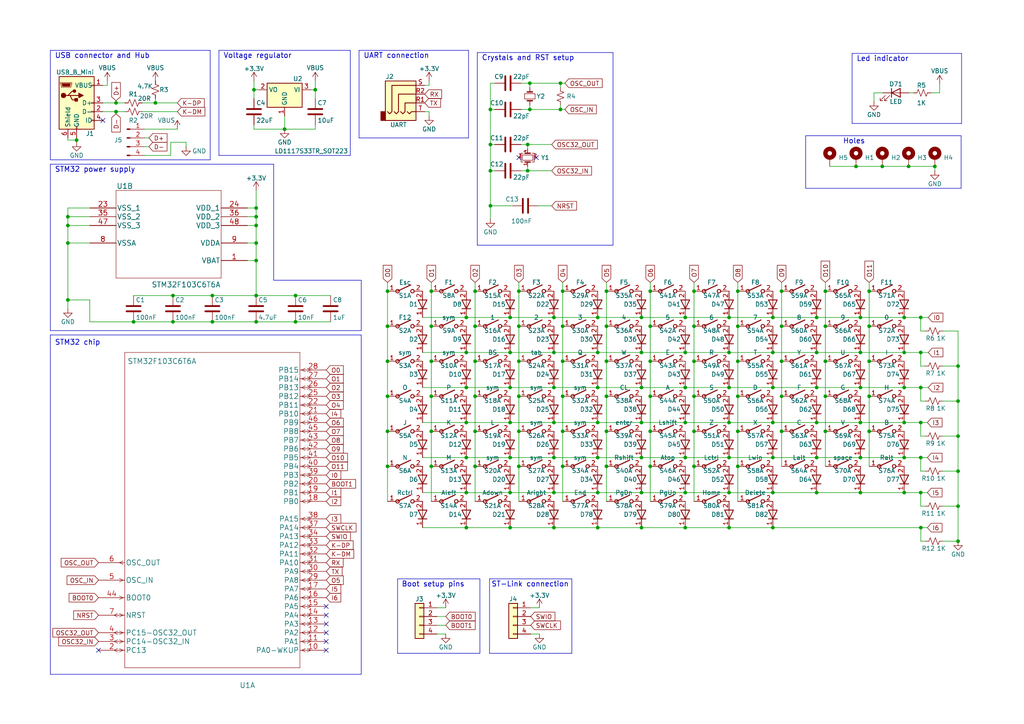
<source format=kicad_sch>
(kicad_sch (version 20230121) (generator eeschema)
  (paper "A4")
  (title_block (title "STM32 Keyboard") (date "2022-07-28") (rev "v1.0") (company "Guillermo"))
  (junction (at 213.995 114.935))
  (junction (at 248.285 48.26))
  (junction (at 249.555 112.395))
  (junction (at 249.555 102.235))
  (junction (at 211.455 132.715))
  (junction (at 186.055 122.555))
  (junction (at 236.855 102.235))
  (junction (at 150.495 94.615))
  (junction (at 188.595 84.455))
  (junction (at 277.876 156.972))
  (junction (at 74.295 60.325))
  (junction (at 226.695 84.455))
  (junction (at 173.355 92.075))
  (junction (at 112.395 94.615))
  (junction (at 224.155 142.875))
  (junction (at 213.995 135.255))
  (junction (at 82.55 37.465))
  (junction (at 211.455 92.075))
  (junction (at 112.395 135.255))
  (junction (at 74.295 62.865))
  (junction (at 224.155 122.555))
  (junction (at 175.895 114.935))
  (junction (at 186.055 142.875))
  (junction (at 277.876 106.172))
  (junction (at 19.685 62.865))
  (junction (at 38.735 93.345))
  (junction (at 226.695 114.935))
  (junction (at 262.255 92.075))
  (junction (at 85.725 85.725))
  (junction (at 267.0453 112.395))
  (junction (at 50.165 85.725))
  (junction (at 153.035 49.53))
  (junction (at 213.995 94.615))
  (junction (at 211.455 112.395))
  (junction (at 277.876 136.652))
  (junction (at 249.555 132.715))
  (junction (at 112.395 104.775))
  (junction (at 201.295 114.935))
  (junction (at 135.255 92.075))
  (junction (at 201.295 135.255))
  (junction (at 135.255 142.875))
  (junction (at 252.095 84.455))
  (junction (at 175.895 94.615))
  (junction (at 45.085 29.845))
  (junction (at 188.595 114.935))
  (junction (at 224.155 102.235))
  (junction (at 160.655 112.395))
  (junction (at 211.455 102.235))
  (junction (at 163.195 114.935))
  (junction (at 249.555 122.555))
  (junction (at 188.595 94.615))
  (junction (at 201.295 125.095))
  (junction (at 262.255 142.875))
  (junction (at 267.0453 92.075))
  (junction (at 173.355 142.875))
  (junction (at 239.395 94.615))
  (junction (at 252.095 114.935))
  (junction (at 160.655 92.075))
  (junction (at 226.695 94.615))
  (junction (at 262.255 102.235))
  (junction (at 224.155 112.395))
  (junction (at 163.195 135.255))
  (junction (at 112.395 125.095))
  (junction (at 236.855 112.395))
  (junction (at 73.66 26.035))
  (junction (at 137.795 94.615))
  (junction (at 249.555 142.875))
  (junction (at 142.24 41.91))
  (junction (at 186.055 153.035))
  (junction (at 147.955 112.395))
  (junction (at 263.525 48.26))
  (junction (at 262.255 122.555))
  (junction (at 160.655 142.875))
  (junction (at 137.795 84.455))
  (junction (at 198.755 102.235))
  (junction (at 188.595 135.255))
  (junction (at 188.595 125.095))
  (junction (at 188.595 104.775))
  (junction (at 186.055 102.235))
  (junction (at 150.495 135.255))
  (junction (at 163.195 94.615))
  (junction (at 249.555 92.075))
  (junction (at 112.395 114.935))
  (junction (at 163.195 104.775))
  (junction (at 277.876 146.812))
  (junction (at 61.595 93.345))
  (junction (at 142.24 31.75))
  (junction (at 262.255 132.715))
  (junction (at 213.995 104.775))
  (junction (at 173.355 112.395))
  (junction (at 211.455 142.875))
  (junction (at 74.295 85.725))
  (junction (at 262.255 112.395))
  (junction (at 186.055 92.075))
  (junction (at 137.795 104.775))
  (junction (at 153.67 31.75))
  (junction (at 271.145 48.26))
  (junction (at 236.855 122.555))
  (junction (at 19.685 86.995))
  (junction (at 137.795 135.255))
  (junction (at 267.081 153.035))
  (junction (at 198.755 112.395))
  (junction (at 74.295 70.485))
  (junction (at 277.876 126.492))
  (junction (at 137.795 114.935))
  (junction (at 150.495 84.455))
  (junction (at 135.255 102.235))
  (junction (at 239.395 84.455))
  (junction (at 112.395 84.455))
  (junction (at 267.0453 122.555))
  (junction (at 160.655 132.715))
  (junction (at 125.095 135.255))
  (junction (at 150.495 104.775))
  (junction (at 224.155 153.035))
  (junction (at 135.255 153.035))
  (junction (at 186.055 112.395))
  (junction (at 135.255 122.555))
  (junction (at 33.655 29.845))
  (junction (at 186.055 132.715))
  (junction (at 175.895 104.775))
  (junction (at 201.295 84.455))
  (junction (at 135.255 132.715))
  (junction (at 150.495 114.935))
  (junction (at 162.56 31.75))
  (junction (at 175.895 125.095))
  (junction (at 61.595 85.725))
  (junction (at 173.355 132.715))
  (junction (at 213.995 125.095))
  (junction (at 224.155 92.075))
  (junction (at 198.755 153.035))
  (junction (at 163.195 84.455))
  (junction (at 213.995 84.455))
  (junction (at 125.095 125.095))
  (junction (at 201.295 104.775))
  (junction (at 19.685 65.405))
  (junction (at 147.955 132.715))
  (junction (at 226.695 125.095))
  (junction (at 201.295 94.615))
  (junction (at 267.0453 132.715))
  (junction (at 125.095 114.935))
  (junction (at 198.755 142.875))
  (junction (at 239.395 125.095))
  (junction (at 198.755 132.715))
  (junction (at 236.855 92.075))
  (junction (at 147.955 153.035))
  (junction (at 267.0453 142.875))
  (junction (at 85.725 93.345))
  (junction (at 236.855 132.715))
  (junction (at 252.095 104.775))
  (junction (at 50.165 93.345))
  (junction (at 125.095 84.455))
  (junction (at 153.67 24.13))
  (junction (at 160.655 122.555))
  (junction (at 198.755 122.555))
  (junction (at 211.455 153.035))
  (junction (at 74.295 93.345))
  (junction (at 173.355 102.235))
  (junction (at 175.895 84.455))
  (junction (at 125.095 104.775))
  (junction (at 91.44 26.035))
  (junction (at 150.495 125.095))
  (junction (at 147.955 142.875))
  (junction (at 239.395 104.775))
  (junction (at 33.655 32.385))
  (junction (at 153.035 41.91))
  (junction (at 252.095 94.615))
  (junction (at 162.56 24.13))
  (junction (at 267.0453 102.235))
  (junction (at 175.895 135.255))
  (junction (at 74.295 65.405))
  (junction (at 236.855 142.875))
  (junction (at 125.095 94.615))
  (junction (at 19.685 70.485))
  (junction (at 74.295 75.565))
  (junction (at 252.095 125.095))
  (junction (at 22.225 40.64))
  (junction (at 173.355 122.555))
  (junction (at 239.395 114.935))
  (junction (at 224.155 132.715))
  (junction (at 163.195 125.095))
  (junction (at 147.955 92.075))
  (junction (at 198.755 92.075))
  (junction (at 226.695 104.775))
  (junction (at 142.24 59.69))
  (junction (at 137.795 125.095))
  (junction (at 147.955 102.235))
  (junction (at 211.455 122.555))
  (junction (at 147.955 122.555))
  (junction (at 135.255 112.395))
  (junction (at 160.655 153.035))
  (junction (at 142.24 49.53))
  (junction (at 173.355 153.035))
  (junction (at 255.905 48.26))
  (junction (at 160.655 102.235))
  (junction (at 277.876 116.332))
  (no_connect (at 94.615 178.435))
  (no_connect (at 155.575 45.72))
  (no_connect (at 94.615 186.055))
  (no_connect (at 28.575 188.595))
  (no_connect (at 29.845 34.925))
  (no_connect (at 94.615 180.975))
  (no_connect (at 150.495 45.72))
  (no_connect (at 94.615 188.595))
  (no_connect (at 94.615 175.895))
  (no_connect (at 94.615 183.515))
  (wire (pts (xy 211.455 112.395) (xy 224.155 112.395)))
  (polyline (pts (xy 165.862 167.894) (xy 141.986 167.894)))
  (wire (pts (xy 82.55 33.655) (xy 82.55 37.465)))
  (wire (pts (xy 74.295 62.865) (xy 74.295 65.405)))
  (polyline (pts (xy 138.43 15.24) (xy 138.43 71.12)))
  (wire (pts (xy 249.555 132.715) (xy 262.255 132.715)))
  (wire (pts (xy 273.431 126.492) (xy 277.876 126.492)))
  (wire (pts (xy 213.995 135.255) (xy 213.995 145.415)))
  (polyline (pts (xy 165.862 189.484) (xy 165.862 167.894)))
  (wire (pts (xy 73.66 36.195) (xy 73.66 37.465)))
  (wire (pts (xy 137.795 104.775) (xy 137.795 114.935)))
  (wire (pts (xy 125.095 104.775) (xy 125.095 114.935)))
  (wire (pts (xy 147.955 153.035) (xy 160.655 153.035)))
  (wire (pts (xy 273.4667 156.972) (xy 277.876 156.972)))
  (wire (pts (xy 201.295 81.915) (xy 201.295 84.455)))
  (wire (pts (xy 240.665 48.26) (xy 248.285 48.26)))
  (wire (pts (xy 156.21 59.69) (xy 160.02 59.69)))
  (wire (pts (xy 126.746 178.816) (xy 129.286 178.816)))
  (wire (pts (xy 273.431 136.652) (xy 277.876 136.652)))
  (wire (pts (xy 173.355 112.395) (xy 186.055 112.395)))
  (wire (pts (xy 226.695 114.935) (xy 226.695 125.095)))
  (wire (pts (xy 125.095 125.095) (xy 125.095 135.255)))
  (wire (pts (xy 224.155 142.875) (xy 236.855 142.875)))
  (wire (pts (xy 91.44 37.465) (xy 82.55 37.465)))
  (wire (pts (xy 198.755 112.395) (xy 211.455 112.395)))
  (wire (pts (xy 124.46 32.385) (xy 124.46 33.655)))
  (wire (pts (xy 160.655 92.075) (xy 173.355 92.075)))
  (wire (pts (xy 61.595 93.345) (xy 74.295 93.345)))
  (polyline (pts (xy 14.605 47.625) (xy 79.375 47.625)))
  (wire (pts (xy 163.195 125.095) (xy 163.195 135.255)))
  (wire (pts (xy 151.13 31.75) (xy 153.67 31.75)))
  (wire (pts (xy 142.24 59.69) (xy 142.24 63.5)))
  (polyline (pts (xy 177.8 15.24) (xy 138.43 15.24)))
  (polyline (pts (xy 63.5 14.605) (xy 63.5 45.085)))
  (wire (pts (xy 153.67 30.48) (xy 153.67 31.75)))
  (wire (pts (xy 226.695 104.775) (xy 226.695 114.935)))
  (wire (pts (xy 175.895 135.255) (xy 175.895 145.415)))
  (wire (pts (xy 29.845 29.845) (xy 33.655 29.845)))
  (wire (pts (xy 162.56 30.48) (xy 162.56 31.75)))
  (wire (pts (xy 273.431 96.012) (xy 277.876 96.012)))
  (wire (pts (xy 22.225 40.64) (xy 22.225 41.275)))
  (wire (pts (xy 198.755 153.035) (xy 211.455 153.035)))
  (wire (pts (xy 273.431 116.332) (xy 277.876 116.332)))
  (wire (pts (xy 74.295 93.345) (xy 85.725 93.345)))
  (wire (pts (xy 73.66 37.465) (xy 82.55 37.465)))
  (wire (pts (xy 224.155 112.395) (xy 236.855 112.395)))
  (wire (pts (xy 150.495 114.935) (xy 150.495 125.095)))
  (wire (pts (xy 213.995 125.095) (xy 213.995 135.255)))
  (wire (pts (xy 226.695 125.095) (xy 226.695 135.255)))
  (wire (pts (xy 236.855 112.395) (xy 249.555 112.395)))
  (wire (pts (xy 236.855 92.075) (xy 249.555 92.075)))
  (wire (pts (xy 198.755 92.075) (xy 211.455 92.075)))
  (wire (pts (xy 268.3867 156.972) (xy 267.081 156.972)))
  (wire (pts (xy 272.542 26.924) (xy 272.542 24.384)))
  (wire (pts (xy 211.455 92.075) (xy 224.155 92.075)))
  (wire (pts (xy 142.24 24.13) (xy 142.24 31.75)))
  (wire (pts (xy 198.755 142.875) (xy 211.455 142.875)))
  (wire (pts (xy 267.081 153.035) (xy 268.986 153.035)))
  (wire (pts (xy 122.555 142.875) (xy 135.255 142.875)))
  (wire (pts (xy 53.975 41.275) (xy 53.975 42.545)))
  (polyline (pts (xy 104.14 14.605) (xy 104.14 40.005)))
  (wire (pts (xy 224.155 153.035) (xy 267.081 153.035)))
  (wire (pts (xy 262.255 132.715) (xy 267.0453 132.715)))
  (wire (pts (xy 186.055 112.395) (xy 198.755 112.395)))
  (polyline (pts (xy 104.775 97.155) (xy 104.775 195.58)))
  (wire (pts (xy 186.055 92.075) (xy 198.755 92.075)))
  (wire (pts (xy 41.91 37.465) (xy 51.435 37.465)))
  (wire (pts (xy 213.995 104.775) (xy 213.995 114.935)))
  (wire (pts (xy 175.895 84.455) (xy 175.895 94.615)))
  (wire (pts (xy 61.595 85.725) (xy 74.295 85.725)))
  (wire (pts (xy 135.255 142.875) (xy 147.955 142.875)))
  (polyline (pts (xy 14.605 14.605) (xy 14.605 46.355)))
  (wire (pts (xy 224.155 92.075) (xy 236.855 92.075)))
  (wire (pts (xy 267.0453 106.172) (xy 267.0453 102.235)))
  (wire (pts (xy 188.595 125.095) (xy 188.595 135.255)))
  (wire (pts (xy 74.295 60.325) (xy 74.295 62.865)))
  (wire (pts (xy 19.685 65.405) (xy 19.685 70.485)))
  (wire (pts (xy 198.755 132.715) (xy 211.455 132.715)))
  (wire (pts (xy 74.295 85.725) (xy 85.725 85.725)))
  (wire (pts (xy 153.924 183.896) (xy 156.464 183.896)))
  (wire (pts (xy 33.655 29.845) (xy 36.195 29.845)))
  (wire (pts (xy 267.0453 126.492) (xy 267.0453 122.555)))
  (wire (pts (xy 126.746 181.356) (xy 129.286 181.356)))
  (wire (pts (xy 147.955 122.555) (xy 160.655 122.555)))
  (wire (pts (xy 125.095 94.615) (xy 125.095 104.775)))
  (wire (pts (xy 236.855 142.875) (xy 249.555 142.875)))
  (wire (pts (xy 249.555 102.235) (xy 262.255 102.235)))
  (polyline (pts (xy 104.775 95.885) (xy 14.605 95.885)))
  (polyline (pts (xy 60.96 46.355) (xy 60.96 14.605)))
  (wire (pts (xy 262.255 142.875) (xy 267.0453 142.875)))
  (polyline (pts (xy 278.892 15.494) (xy 247.142 15.494)))
  (polyline (pts (xy 63.5 14.605) (xy 101.6 14.605)))
  (wire (pts (xy 271.145 48.26) (xy 263.525 48.26)))
  (wire (pts (xy 267.0453 92.075) (xy 269.24 92.075)))
  (wire (pts (xy 263.525 48.26) (xy 255.905 48.26)))
  (wire (pts (xy 239.395 94.615) (xy 239.395 104.775)))
  (wire (pts (xy 33.655 32.385) (xy 36.195 32.385)))
  (wire (pts (xy 277.876 136.652) (xy 277.876 146.812)))
  (wire (pts (xy 163.195 94.615) (xy 163.195 104.775)))
  (wire (pts (xy 173.355 153.035) (xy 186.055 153.035)))
  (polyline (pts (xy 63.5 45.085) (xy 101.6 45.085)))
  (wire (pts (xy 253.492 29.464) (xy 253.492 26.924)))
  (wire (pts (xy 175.895 94.615) (xy 175.895 104.775)))
  (wire (pts (xy 137.795 94.615) (xy 137.795 104.775)))
  (wire (pts (xy 188.595 84.455) (xy 188.595 94.615)))
  (wire (pts (xy 71.755 75.565) (xy 74.295 75.565)))
  (wire (pts (xy 112.395 114.935) (xy 112.395 125.095)))
  (wire (pts (xy 268.351 126.492) (xy 267.0453 126.492)))
  (polyline (pts (xy 101.6 45.085) (xy 101.6 14.605)))
  (wire (pts (xy 71.755 70.485) (xy 74.295 70.485)))
  (wire (pts (xy 211.455 122.555) (xy 224.155 122.555)))
  (wire (pts (xy 160.655 153.035) (xy 173.355 153.035)))
  (wire (pts (xy 236.855 122.555) (xy 249.555 122.555)))
  (wire (pts (xy 33.655 32.385) (xy 33.655 33.02)))
  (wire (pts (xy 147.955 132.715) (xy 160.655 132.715)))
  (wire (pts (xy 142.24 49.53) (xy 142.24 59.69)))
  (wire (pts (xy 226.695 81.915) (xy 226.695 84.455)))
  (wire (pts (xy 71.755 65.405) (xy 74.295 65.405)))
  (wire (pts (xy 125.095 84.455) (xy 125.095 94.615)))
  (wire (pts (xy 147.955 102.235) (xy 160.655 102.235)))
  (wire (pts (xy 122.555 92.075) (xy 135.255 92.075)))
  (wire (pts (xy 236.855 102.235) (xy 249.555 102.235)))
  (wire (pts (xy 122.555 112.395) (xy 135.255 112.395)))
  (wire (pts (xy 224.155 132.715) (xy 236.855 132.715)))
  (wire (pts (xy 33.655 29.21) (xy 33.655 29.845)))
  (wire (pts (xy 277.876 146.812) (xy 277.876 156.972)))
  (wire (pts (xy 29.845 24.765) (xy 31.115 24.765)))
  (wire (pts (xy 125.095 81.915) (xy 125.095 84.455)))
  (wire (pts (xy 201.295 104.775) (xy 201.295 114.935)))
  (polyline (pts (xy 247.142 15.494) (xy 247.142 35.814)))
  (wire (pts (xy 213.995 114.935) (xy 213.995 125.095)))
  (wire (pts (xy 267.0453 102.235) (xy 269.24 102.235)))
  (polyline (pts (xy 141.986 189.484) (xy 165.862 189.484)))
  (wire (pts (xy 162.56 31.75) (xy 163.83 31.75)))
  (wire (pts (xy 262.255 102.235) (xy 267.0453 102.235)))
  (wire (pts (xy 186.055 122.555) (xy 198.755 122.555)))
  (wire (pts (xy 186.055 102.235) (xy 198.755 102.235)))
  (wire (pts (xy 38.735 85.725) (xy 50.165 85.725)))
  (wire (pts (xy 91.44 23.495) (xy 91.44 26.035)))
  (wire (pts (xy 239.395 125.095) (xy 239.395 135.255)))
  (wire (pts (xy 173.355 142.875) (xy 186.055 142.875)))
  (wire (pts (xy 123.19 24.765) (xy 124.46 24.765)))
  (wire (pts (xy 153.035 41.91) (xy 153.035 43.18)))
  (polyline (pts (xy 177.8 71.12) (xy 177.8 15.24)))
  (wire (pts (xy 277.876 126.492) (xy 277.876 136.652)))
  (polyline (pts (xy 278.765 39.37) (xy 233.68 39.37)))
  (polyline (pts (xy 247.142 35.814) (xy 278.892 35.814)))
  (wire (pts (xy 19.685 60.325) (xy 19.685 62.865)))
  (wire (pts (xy 153.035 41.91) (xy 160.02 41.91)))
  (wire (pts (xy 45.085 28.575) (xy 45.085 29.845)))
  (polyline (pts (xy 104.14 40.005) (xy 135.89 40.005)))
  (wire (pts (xy 50.165 93.345) (xy 61.595 93.345)))
  (wire (pts (xy 277.876 116.332) (xy 277.876 126.492)))
  (wire (pts (xy 211.455 102.235) (xy 224.155 102.235)))
  (wire (pts (xy 213.995 94.615) (xy 213.995 104.775)))
  (wire (pts (xy 277.876 96.012) (xy 277.876 106.172)))
  (wire (pts (xy 262.255 112.395) (xy 267.0453 112.395)))
  (wire (pts (xy 153.035 49.53) (xy 160.02 49.53)))
  (wire (pts (xy 26.035 60.325) (xy 19.685 60.325)))
  (wire (pts (xy 268.351 116.332) (xy 267.0453 116.332)))
  (wire (pts (xy 175.895 81.915) (xy 175.895 84.455)))
  (wire (pts (xy 142.24 49.53) (xy 143.51 49.53)))
  (polyline (pts (xy 233.68 39.37) (xy 233.68 54.61)))
  (wire (pts (xy 201.295 114.935) (xy 201.295 125.095)))
  (wire (pts (xy 135.255 122.555) (xy 147.955 122.555)))
  (polyline (pts (xy 135.89 14.605) (xy 104.14 14.605)))
  (wire (pts (xy 125.095 114.935) (xy 125.095 125.095)))
  (wire (pts (xy 142.24 41.91) (xy 142.24 49.53)))
  (wire (pts (xy 239.395 84.455) (xy 239.395 94.615)))
  (wire (pts (xy 239.395 104.775) (xy 239.395 114.935)))
  (wire (pts (xy 201.295 84.455) (xy 201.295 94.615)))
  (wire (pts (xy 125.095 135.255) (xy 125.095 145.415)))
  (wire (pts (xy 85.725 93.345) (xy 95.885 93.345)))
  (wire (pts (xy 213.995 84.455) (xy 213.995 94.615)))
  (wire (pts (xy 239.395 114.935) (xy 239.395 125.095)))
  (wire (pts (xy 41.275 32.385) (xy 51.435 32.385)))
  (wire (pts (xy 150.495 135.255) (xy 150.495 145.415)))
  (wire (pts (xy 163.195 81.915) (xy 163.195 84.455)))
  (wire (pts (xy 85.725 85.725) (xy 95.885 85.725)))
  (polyline (pts (xy 135.89 40.005) (xy 135.89 14.605)))
  (wire (pts (xy 90.17 26.035) (xy 91.44 26.035)))
  (wire (pts (xy 45.085 29.845) (xy 51.435 29.845)))
  (wire (pts (xy 153.67 31.75) (xy 162.56 31.75)))
  (wire (pts (xy 175.895 104.775) (xy 175.895 114.935)))
  (polyline (pts (xy 115.316 189.484) (xy 139.192 189.484)))
  (wire (pts (xy 38.735 93.345) (xy 50.165 93.345)))
  (wire (pts (xy 137.795 114.935) (xy 137.795 125.095)))
  (polyline (pts (xy 278.892 35.814) (xy 278.892 15.494)))
  (wire (pts (xy 226.695 94.615) (xy 226.695 104.775)))
  (wire (pts (xy 19.685 40.64) (xy 22.225 40.64)))
  (wire (pts (xy 137.795 81.915) (xy 137.795 84.455)))
  (wire (pts (xy 126.746 176.276) (xy 129.286 176.276)))
  (wire (pts (xy 188.595 104.775) (xy 188.595 114.935)))
  (polyline (pts (xy 115.316 167.894) (xy 115.316 189.484)))
  (wire (pts (xy 160.655 142.875) (xy 173.355 142.875)))
  (wire (pts (xy 211.455 153.035) (xy 224.155 153.035)))
  (wire (pts (xy 73.66 26.035) (xy 73.66 28.575)))
  (wire (pts (xy 19.685 86.995) (xy 26.035 86.995)))
  (wire (pts (xy 122.555 102.235) (xy 135.255 102.235)))
  (wire (pts (xy 137.795 135.255) (xy 137.795 145.415)))
  (wire (pts (xy 150.495 81.915) (xy 150.495 84.455)))
  (wire (pts (xy 188.595 135.255) (xy 188.595 145.415)))
  (wire (pts (xy 252.095 94.615) (xy 252.095 104.775)))
  (wire (pts (xy 22.225 40.005) (xy 22.225 40.64)))
  (polyline (pts (xy 139.192 167.894) (xy 115.316 167.894)))
  (wire (pts (xy 162.56 24.13) (xy 163.83 24.13)))
  (wire (pts (xy 142.24 41.91) (xy 143.51 41.91)))
  (wire (pts (xy 224.155 102.235) (xy 236.855 102.235)))
  (polyline (pts (xy 14.605 97.155) (xy 104.775 97.155)))
  (wire (pts (xy 41.275 29.845) (xy 45.085 29.845)))
  (wire (pts (xy 31.115 24.765) (xy 31.115 23.495)))
  (wire (pts (xy 19.685 62.865) (xy 19.685 65.405)))
  (wire (pts (xy 262.255 122.555) (xy 267.0453 122.555)))
  (wire (pts (xy 262.255 92.075) (xy 267.0453 92.075)))
  (wire (pts (xy 249.555 112.395) (xy 262.255 112.395)))
  (wire (pts (xy 122.555 132.715) (xy 135.255 132.715)))
  (wire (pts (xy 122.555 153.035) (xy 135.255 153.035)))
  (wire (pts (xy 252.095 81.915) (xy 252.095 84.455)))
  (wire (pts (xy 175.895 114.935) (xy 175.895 125.095)))
  (wire (pts (xy 147.955 92.075) (xy 160.655 92.075)))
  (wire (pts (xy 135.255 153.035) (xy 147.955 153.035)))
  (wire (pts (xy 74.295 60.325) (xy 74.295 55.245)))
  (wire (pts (xy 267.0453 122.555) (xy 268.986 122.555)))
  (wire (pts (xy 41.91 40.005) (xy 43.18 40.005)))
  (wire (pts (xy 163.195 104.775) (xy 163.195 114.935)))
  (wire (pts (xy 226.695 84.455) (xy 226.695 94.615)))
  (wire (pts (xy 49.53 41.275) (xy 53.975 41.275)))
  (wire (pts (xy 273.431 106.172) (xy 277.876 106.172)))
  (wire (pts (xy 175.895 125.095) (xy 175.895 135.255)))
  (wire (pts (xy 41.91 45.085) (xy 49.53 45.085)))
  (wire (pts (xy 137.795 125.095) (xy 137.795 135.255)))
  (wire (pts (xy 91.44 26.035) (xy 91.44 28.575)))
  (wire (pts (xy 49.53 45.085) (xy 49.53 41.275)))
  (wire (pts (xy 160.655 112.395) (xy 173.355 112.395)))
  (wire (pts (xy 267.0453 112.395) (xy 269.24 112.395)))
  (polyline (pts (xy 139.192 189.484) (xy 139.192 167.894)))
  (wire (pts (xy 163.195 135.255) (xy 163.195 145.415)))
  (wire (pts (xy 249.555 92.075) (xy 262.255 92.075)))
  (wire (pts (xy 160.655 122.555) (xy 173.355 122.555)))
  (wire (pts (xy 147.955 112.395) (xy 160.655 112.395)))
  (wire (pts (xy 268.351 106.172) (xy 267.0453 106.172)))
  (wire (pts (xy 112.395 125.095) (xy 112.395 135.255)))
  (wire (pts (xy 173.355 92.075) (xy 186.055 92.075)))
  (wire (pts (xy 143.51 24.13) (xy 142.24 24.13)))
  (wire (pts (xy 153.67 25.4) (xy 153.67 24.13)))
  (wire (pts (xy 160.655 132.715) (xy 173.355 132.715)))
  (wire (pts (xy 277.876 106.172) (xy 277.876 116.332)))
  (wire (pts (xy 163.195 114.935) (xy 163.195 125.095)))
  (wire (pts (xy 112.395 135.255) (xy 112.395 145.415)))
  (wire (pts (xy 252.095 84.455) (xy 252.095 94.615)))
  (wire (pts (xy 150.495 104.775) (xy 150.495 114.935)))
  (wire (pts (xy 252.095 125.095) (xy 252.095 135.255)))
  (polyline (pts (xy 278.765 54.61) (xy 278.765 39.37)))
  (wire (pts (xy 19.685 40.005) (xy 19.685 40.64)))
  (wire (pts (xy 255.905 48.26) (xy 248.285 48.26)))
  (wire (pts (xy 19.685 86.995) (xy 19.685 89.535)))
  (wire (pts (xy 267.0453 116.332) (xy 267.0453 112.395)))
  (wire (pts (xy 271.145 49.53) (xy 271.145 48.26)))
  (wire (pts (xy 74.295 75.565) (xy 74.295 85.725)))
  (wire (pts (xy 71.755 62.865) (xy 74.295 62.865)))
  (wire (pts (xy 135.255 102.235) (xy 147.955 102.235)))
  (wire (pts (xy 26.035 93.345) (xy 38.735 93.345)))
  (wire (pts (xy 263.652 26.924) (xy 264.922 26.924)))
  (wire (pts (xy 267.0453 146.812) (xy 267.0453 142.875)))
  (wire (pts (xy 91.44 36.195) (xy 91.44 37.465)))
  (wire (pts (xy 268.351 136.652) (xy 267.0453 136.652)))
  (wire (pts (xy 135.255 132.715) (xy 147.955 132.715)))
  (wire (pts (xy 142.24 59.69) (xy 148.59 59.69)))
  (wire (pts (xy 188.595 81.915) (xy 188.595 84.455)))
  (wire (pts (xy 147.955 142.875) (xy 160.655 142.875)))
  (polyline (pts (xy 141.986 167.894) (xy 141.986 189.484)))
  (wire (pts (xy 236.855 132.715) (xy 249.555 132.715)))
  (wire (pts (xy 137.795 84.455) (xy 137.795 94.615)))
  (wire (pts (xy 198.755 102.235) (xy 211.455 102.235)))
  (wire (pts (xy 173.355 132.715) (xy 186.055 132.715)))
  (wire (pts (xy 268.351 146.812) (xy 267.0453 146.812)))
  (polyline (pts (xy 60.96 14.605) (xy 14.605 14.605)))
  (wire (pts (xy 151.13 41.91) (xy 153.035 41.91)))
  (wire (pts (xy 112.395 94.615) (xy 112.395 104.775)))
  (wire (pts (xy 135.255 92.075) (xy 147.955 92.075)))
  (wire (pts (xy 267.0453 96.012) (xy 267.0453 92.075)))
  (wire (pts (xy 160.655 102.235) (xy 173.355 102.235)))
  (wire (pts (xy 150.495 84.455) (xy 150.495 94.615)))
  (wire (pts (xy 267.0453 142.875) (xy 268.986 142.875)))
  (wire (pts (xy 188.595 114.935) (xy 188.595 125.095)))
  (wire (pts (xy 249.555 122.555) (xy 262.255 122.555)))
  (wire (pts (xy 252.095 114.935) (xy 252.095 125.095)))
  (wire (pts (xy 135.255 112.395) (xy 147.955 112.395)))
  (wire (pts (xy 26.035 86.995) (xy 26.035 93.345)))
  (wire (pts (xy 198.755 122.555) (xy 211.455 122.555)))
  (polyline (pts (xy 79.375 81.28) (xy 104.775 81.28)))
  (wire (pts (xy 73.66 26.035) (xy 74.93 26.035)))
  (wire (pts (xy 150.495 125.095) (xy 150.495 135.255)))
  (wire (pts (xy 163.195 84.455) (xy 163.195 94.615)))
  (wire (pts (xy 151.13 24.13) (xy 153.67 24.13)))
  (wire (pts (xy 273.431 146.812) (xy 277.876 146.812)))
  (wire (pts (xy 188.595 94.615) (xy 188.595 104.775)))
  (wire (pts (xy 74.295 70.485) (xy 74.295 75.565)))
  (wire (pts (xy 126.746 183.896) (xy 129.286 183.896)))
  (wire (pts (xy 224.155 122.555) (xy 236.855 122.555)))
  (wire (pts (xy 153.035 48.26) (xy 153.035 49.53)))
  (wire (pts (xy 201.295 125.095) (xy 201.295 135.255)))
  (polyline (pts (xy 104.775 81.28) (xy 104.775 95.885)))
  (wire (pts (xy 162.56 24.13) (xy 162.56 25.4)))
  (wire (pts (xy 151.13 49.53) (xy 153.035 49.53)))
  (wire (pts (xy 41.91 42.545) (xy 43.18 42.545)))
  (wire (pts (xy 122.555 122.555) (xy 135.255 122.555)))
  (wire (pts (xy 26.035 65.405) (xy 19.685 65.405)))
  (wire (pts (xy 267.0453 132.715) (xy 268.986 132.715)))
  (wire (pts (xy 186.055 153.035) (xy 198.755 153.035)))
  (polyline (pts (xy 104.775 195.58) (xy 14.605 195.58)))
  (wire (pts (xy 201.295 94.615) (xy 201.295 104.775)))
  (wire (pts (xy 153.67 24.13) (xy 162.56 24.13)))
  (wire (pts (xy 19.685 70.485) (xy 19.685 86.995)))
  (wire (pts (xy 50.165 85.725) (xy 61.595 85.725)))
  (wire (pts (xy 270.002 26.924) (xy 272.542 26.924)))
  (wire (pts (xy 26.035 62.865) (xy 19.685 62.865)))
  (polyline (pts (xy 138.43 71.12) (xy 177.8 71.12)))
  (wire (pts (xy 123.19 32.385) (xy 124.46 32.385)))
  (wire (pts (xy 201.295 135.255) (xy 201.295 145.415)))
  (wire (pts (xy 267.0453 136.652) (xy 267.0453 132.715)))
  (wire (pts (xy 112.395 81.915) (xy 112.395 84.455)))
  (polyline (pts (xy 14.605 46.355) (xy 60.96 46.355)))
  (wire (pts (xy 186.055 132.715) (xy 198.755 132.715)))
  (polyline (pts (xy 233.68 54.61) (xy 278.765 54.61)))
  (wire (pts (xy 112.395 84.455) (xy 112.395 94.615)))
  (polyline (pts (xy 14.605 95.885) (xy 14.605 47.625)))
  (wire (pts (xy 142.24 31.75) (xy 143.51 31.75)))
  (wire (pts (xy 211.455 132.715) (xy 224.155 132.715)))
  (wire (pts (xy 153.924 176.276) (xy 156.464 176.276)))
  (wire (pts (xy 267.081 156.972) (xy 267.081 153.035)))
  (wire (pts (xy 26.035 70.485) (xy 19.685 70.485)))
  (polyline (pts (xy 79.375 47.625) (xy 79.375 81.28)))
  (wire (pts (xy 71.755 60.325) (xy 74.295 60.325)))
  (wire (pts (xy 74.295 65.405) (xy 74.295 70.485)))
  (wire (pts (xy 150.495 94.615) (xy 150.495 104.775)))
  (wire (pts (xy 268.351 96.012) (xy 267.0453 96.012)))
  (wire (pts (xy 252.095 104.775) (xy 252.095 114.935)))
  (wire (pts (xy 239.395 81.915) (xy 239.395 84.455)))
  (wire (pts (xy 29.845 32.385) (xy 33.655 32.385)))
  (wire (pts (xy 73.66 23.495) (xy 73.66 26.035)))
  (wire (pts (xy 253.492 26.924) (xy 256.032 26.924)))
  (polyline (pts (xy 14.605 195.58) (xy 14.605 97.155)))
  (wire (pts (xy 249.555 142.875) (xy 262.255 142.875)))
  (wire (pts (xy 142.24 31.75) (xy 142.24 41.91)))
  (wire (pts (xy 112.395 104.775) (xy 112.395 114.935)))
  (wire (pts (xy 211.455 142.875) (xy 224.155 142.875)))
  (wire (pts (xy 173.355 102.235) (xy 186.055 102.235)))
  (wire (pts (xy 213.995 81.915) (xy 213.995 84.455)))
  (wire (pts (xy 186.055 142.875) (xy 198.755 142.875)))
  (wire (pts (xy 173.355 122.555) (xy 186.055 122.555)))
  (wire (pts (xy 124.46 24.765) (xy 124.46 23.495)))
  (text "STM32 chip" (at 15.875 100.33 0) (effects (font (size 1.5 1.5) (thickness 0.2) bold) (justify left bottom)))
  (text "STM32 power supply" (at 15.875 50.165 0) (effects (font (size 1.5 1.5) (thickness 0.2) bold) (justify left bottom)))
  (text "ST-Link connection" (at 142.494 170.434 0) (effects (font (size 1.5 1.5) (thickness 0.2) bold) (justify left bottom)))
  (text "Holes" (at 244.475 41.91 0) (effects (font (size 1.5 1.5) (thickness 0.2) bold) (justify left bottom)))
  (text "Led indicator" (at 248.412 18.034 0) (effects (font (size 1.5 1.5) (thickness 0.2) bold) (justify left bottom)))
  (text "Boot setup pins\n" (at 116.459 170.434 0) (effects (font (size 1.5 1.5) (thickness 0.2) bold) (justify left bottom)))
  (text "Crystals and RST setup" (at 139.7 17.78 0) (effects (font (size 1.5 1.5) (thickness 0.2) bold) (justify left bottom)))
  (text "Voltage regulator" (at 64.77 17.145 0) (effects (font (size 1.5 1.5) (thickness 0.2) bold) (justify left bottom)))
  (text "UART connection" (at 105.41 17.145 0) (effects (font (size 1.5 1.5) (thickness 0.2) bold) (justify left bottom)))
  (text "USB connector and Hub" (at 15.875 17.145 0) (effects (font (size 1.5 1.5) (thickness 0.2) bold) (justify left bottom)))
  (global_label "O2" (shape input) (at 137.795 81.915 90) (property "Intersheetrefs" "${INTERSHEET_REFS}" (effects hide)))
  (global_label "O1" (shape input) (at 94.615 109.855 0) (property "Intersheetrefs" "${INTERSHEET_REFS}" (effects hide)))
  (global_label "I0" (shape input) (at 269.24 92.075 0) (property "Intersheetrefs" "${INTERSHEET_REFS}" (effects hide)))
  (global_label "D-" (shape input) (at 33.655 33.02 270) (property "Intersheetrefs" "${INTERSHEET_REFS}" (effects hide)))
  (global_label "I6" (shape input) (at 268.986 153.035 0) (property "Intersheetrefs" "${INTERSHEET_REFS}" (effects hide)))
  (global_label "I3" (shape input) (at 268.986 122.555 0) (property "Intersheetrefs" "${INTERSHEET_REFS}" (effects hide)))
  (global_label "O4" (shape input) (at 163.195 81.915 90) (property "Intersheetrefs" "${INTERSHEET_REFS}" (effects hide)))
  (global_label "I1" (shape input) (at 94.615 142.875 0) (property "Intersheetrefs" "${INTERSHEET_REFS}" (effects hide)))
  (global_label "OSC_OUT" (shape input) (at 163.83 24.13 0) (property "Intersheetrefs" "${INTERSHEET_REFS}" (effects hide)))
  (global_label "OSC_OUT" (shape input) (at 28.575 163.195 180) (property "Intersheetrefs" "${INTERSHEET_REFS}" (effects hide)))
  (global_label "O0" (shape input) (at 112.395 81.915 90) (property "Intersheetrefs" "${INTERSHEET_REFS}" (effects hide)))
  (global_label "TX" (shape input) (at 123.19 29.845 0) (property "Intersheetrefs" "${INTERSHEET_REFS}" (effects hide)))
  (global_label "I6" (shape input) (at 94.615 173.355 0) (property "Intersheetrefs" "${INTERSHEET_REFS}" (effects hide)))
  (global_label "O2" (shape input) (at 94.615 112.395 0) (property "Intersheetrefs" "${INTERSHEET_REFS}" (effects hide)))
  (global_label "I5" (shape input) (at 268.986 142.875 0) (property "Intersheetrefs" "${INTERSHEET_REFS}" (effects hide)))
  (global_label "O10" (shape input) (at 239.395 81.915 90) (property "Intersheetrefs" "${INTERSHEET_REFS}" (effects hide)))
  (global_label "O8" (shape input) (at 94.615 127.635 0) (property "Intersheetrefs" "${INTERSHEET_REFS}" (effects hide)))
  (global_label "OSC_IN" (shape input) (at 28.575 168.275 180) (property "Intersheetrefs" "${INTERSHEET_REFS}" (effects hide)))
  (global_label "I1" (shape input) (at 269.24 102.235 0) (property "Intersheetrefs" "${INTERSHEET_REFS}" (effects hide)))
  (global_label "O8" (shape input) (at 213.995 81.915 90) (property "Intersheetrefs" "${INTERSHEET_REFS}" (effects hide)))
  (global_label "SWIO" (shape input) (at 94.615 155.575 0) (property "Intersheetrefs" "${INTERSHEET_REFS}" (effects hide)))
  (global_label "NRST" (shape input) (at 28.575 178.435 180) (property "Intersheetrefs" "${INTERSHEET_REFS}" (effects hide)))
  (global_label "D+" (shape input) (at 43.18 40.005 0) (property "Intersheetrefs" "${INTERSHEET_REFS}" (effects hide)))
  (global_label "TX" (shape input) (at 94.615 165.735 0) (property "Intersheetrefs" "${INTERSHEET_REFS}" (effects hide)))
  (global_label "SWCLK" (shape input) (at 94.615 153.035 0) (property "Intersheetrefs" "${INTERSHEET_REFS}" (effects hide)))
  (global_label "O11" (shape input) (at 94.615 135.255 0) (property "Intersheetrefs" "${INTERSHEET_REFS}" (effects hide)))
  (global_label "I3" (shape input) (at 94.615 150.495 0) (property "Intersheetrefs" "${INTERSHEET_REFS}" (effects hide)))
  (global_label "O5" (shape input) (at 175.895 81.915 90) (property "Intersheetrefs" "${INTERSHEET_REFS}" (effects hide)))
  (global_label "D+" (shape input) (at 33.655 29.21 90) (property "Intersheetrefs" "${INTERSHEET_REFS}" (effects hide)))
  (global_label "D-" (shape input) (at 43.18 42.545 0) (property "Intersheetrefs" "${INTERSHEET_REFS}" (effects hide)))
  (global_label "O7" (shape input) (at 94.615 125.095 0) (property "Intersheetrefs" "${INTERSHEET_REFS}" (effects hide)))
  (global_label "O6" (shape input) (at 94.615 122.555 0) (property "Intersheetrefs" "${INTERSHEET_REFS}" (effects hide)))
  (global_label "I2" (shape input) (at 94.615 145.415 0) (property "Intersheetrefs" "${INTERSHEET_REFS}" (effects hide)))
  (global_label "BOOT1" (shape input) (at 129.286 181.356 0) (property "Intersheetrefs" "${INTERSHEET_REFS}" (effects hide)))
  (global_label "I4" (shape input) (at 94.615 120.015 0) (property "Intersheetrefs" "${INTERSHEET_REFS}" (effects hide)))
  (global_label "K-DP" (shape input) (at 51.435 29.845 0) (property "Intersheetrefs" "${INTERSHEET_REFS}" (effects hide)))
  (global_label "BOOT0" (shape input) (at 28.575 173.355 180) (property "Intersheetrefs" "${INTERSHEET_REFS}" (effects hide)))
  (global_label "BOOT1" (shape input) (at 94.615 140.335 0) (property "Intersheetrefs" "${INTERSHEET_REFS}" (effects hide)))
  (global_label "O5" (shape input) (at 94.615 168.275 0) (property "Intersheetrefs" "${INTERSHEET_REFS}" (effects hide)))
  (global_label "O9" (shape input) (at 226.695 81.915 90) (property "Intersheetrefs" "${INTERSHEET_REFS}" (effects hide)))
  (global_label "O4" (shape input) (at 94.615 117.475 0) (property "Intersheetrefs" "${INTERSHEET_REFS}" (effects hide)))
  (global_label "O3" (shape input) (at 94.615 114.935 0) (property "Intersheetrefs" "${INTERSHEET_REFS}" (effects hide)))
  (global_label "O9" (shape input) (at 94.615 130.175 0) (property "Intersheetrefs" "${INTERSHEET_REFS}" (effects hide)))
  (global_label "I5" (shape input) (at 94.615 170.815 0) (property "Intersheetrefs" "${INTERSHEET_REFS}" (effects hide)))
  (global_label "SWCLK" (shape input) (at 153.924 181.356 0) (property "Intersheetrefs" "${INTERSHEET_REFS}" (effects hide)))
  (global_label "K-DM" (shape input) (at 94.615 160.655 0) (property "Intersheetrefs" "${INTERSHEET_REFS}" (effects hide)))
  (global_label "OSC32_OUT" (shape input) (at 160.02 41.91 0) (property "Intersheetrefs" "${INTERSHEET_REFS}" (effects hide)))
  (global_label "O7" (shape input) (at 201.295 81.915 90) (property "Intersheetrefs" "${INTERSHEET_REFS}" (effects hide)))
  (global_label "OSC_IN" (shape input) (at 163.83 31.75 0) (property "Intersheetrefs" "${INTERSHEET_REFS}" (effects hide)))
  (global_label "BOOT0" (shape input) (at 129.286 178.816 0) (property "Intersheetrefs" "${INTERSHEET_REFS}" (effects hide)))
  (global_label "K-DP" (shape input) (at 94.615 158.115 0) (property "Intersheetrefs" "${INTERSHEET_REFS}" (effects hide)))
  (global_label "SWIO" (shape input) (at 153.924 178.816 0) (property "Intersheetrefs" "${INTERSHEET_REFS}" (effects hide)))
  (global_label "OSC32_IN" (shape input) (at 28.575 186.055 180) (property "Intersheetrefs" "${INTERSHEET_REFS}" (effects hide)))
  (global_label "OSC32_OUT" (shape input) (at 28.575 183.515 180) (property "Intersheetrefs" "${INTERSHEET_REFS}" (effects hide)))
  (global_label "I4" (shape input) (at 268.986 132.715 0) (property "Intersheetrefs" "${INTERSHEET_REFS}" (effects hide)))
  (global_label "I2" (shape input) (at 269.24 112.395 0) (property "Intersheetrefs" "${INTERSHEET_REFS}" (effects hide)))
  (global_label "RX" (shape input) (at 94.615 163.195 0) (property "Intersheetrefs" "${INTERSHEET_REFS}" (effects hide)))
  (global_label "I0" (shape input) (at 94.615 137.795 0) (property "Intersheetrefs" "${INTERSHEET_REFS}" (effects hide)))
  (global_label "RX" (shape input) (at 123.19 27.305 0) (property "Intersheetrefs" "${INTERSHEET_REFS}" (effects hide)))
  (global_label "NRST" (shape input) (at 160.02 59.69 0) (property "Intersheetrefs" "${INTERSHEET_REFS}" (effects hide)))
  (global_label "O11" (shape input) (at 252.095 81.915 90) (property "Intersheetrefs" "${INTERSHEET_REFS}" (effects hide)))
  (global_label "O6" (shape input) (at 188.595 81.915 90) (property "Intersheetrefs" "${INTERSHEET_REFS}" (effects hide)))
  (global_label "K-DM" (shape input) (at 51.435 32.385 0) (property "Intersheetrefs" "${INTERSHEET_REFS}" (effects hide)))
  (global_label "O0" (shape input) (at 94.615 107.315 0) (property "Intersheetrefs" "${INTERSHEET_REFS}" (effects hide)))
  (global_label "OSC32_IN" (shape input) (at 160.02 49.53 0) (property "Intersheetrefs" "${INTERSHEET_REFS}" (effects hide)))
  (global_label "O10" (shape input) (at 94.615 132.715 0) (property "Intersheetrefs" "${INTERSHEET_REFS}" (effects hide)))
  (global_label "O1" (shape input) (at 125.095 81.915 90) (property "Intersheetrefs" "${INTERSHEET_REFS}" (effects hide)))
  (global_label "O3" (shape input) (at 150.495 81.915 90) (property "Intersheetrefs" "${INTERSHEET_REFS}" (effects hide)))
  (symbol (lib_id "symbols:D") (at 198.755 149.225 90) (unit 1)
    (property "Reference" "D80" (at 197.485 149.225 90) (effects (justify left)))
    (property "Value" "D" (effects hide))
    (property "Footprint" "common:D_0603_1608Metric" (effects hide))
  )
  (symbol (lib_id "symbols:D") (at 122.555 149.225 90) (unit 1)
    (property "Reference" "D7" (at 121.285 149.225 90) (effects (justify left)))
    (property "Value" "D" (effects hide))
    (property "Footprint" "common:D_0603_1608Metric" (effects hide))
  )
  (symbol (lib_id "symbols:Switch") (at 219.075 135.255 0) (unit 1)
    (property "Reference" "S58" (at 219.075 136.525 0))
    (property "Value" "Lwin" (at 219.075 132.715 0))
    (property "Footprint" "Switch_Keyboard_Cherry_MX:SW_Cherry_MX_PCB_1.25u" (effects hide))
  )
  (symbol (lib_id "Device:LED") (at 259.842 26.924 0) (unit 1)
    (property "Reference" "D71" (at 259.842 24.384 0))
    (property "Value" "LED" (at 259.842 29.464 0))
    (property "Footprint" "LED_SMD:LED_0805_2012Metric" (effects hide))
  )
  (symbol (lib_id "symbols:D") (at 147.955 88.265 90) (unit 1)
    (property "Reference" "D15" (at 146.685 88.265 90) (effects (justify left)))
    (property "Value" "D" (effects hide))
    (property "Footprint" "common:D_0603_1608Metric" (effects hide))
  )
  (symbol (lib_id "symbols:Switch") (at 142.875 104.775 0) (unit 1)
    (property "Reference" "S17" (at 142.875 106.045 0))
    (property "Value" "BS" (at 142.875 102.235 0))
    (property "Footprint" "Switch_Keyboard_Cherry_MX:SW_Cherry_MX_PCB_2.00u" (effects hide))
  )
  (symbol (lib_id "symbols:D") (at 224.155 128.905 90) (unit 1)
    (property "Reference" "D57" (at 222.885 128.905 90) (effects (justify left)))
    (property "Value" "D" (effects hide))
    (property "Footprint" "common:D_0603_1608Metric" (effects hide))
  )
  (symbol (lib_id "symbols:Switch") (at 180.975 104.775 0) (unit 1)
    (property "Reference" "S37" (at 180.975 106.045 0))
    (property "Value" "W" (at 180.975 102.235 0))
    (property "Footprint" "Switch_Keyboard_Cherry_MX:SW_Cherry_MX_PCB_1.00u" (effects hide))
  )
  (symbol (lib_id "symbols:D") (at 122.555 128.905 90) (unit 1)
    (property "Reference" "D5" (at 121.285 128.905 90) (effects (justify left)))
    (property "Value" "D" (effects hide))
    (property "Footprint" "common:D_0603_1608Metric" (effects hide))
  )
  (symbol (lib_id "Device:R_Small_US") (at 270.891 106.172 90) (unit 1)
    (property "Reference" "R7" (at 271.1539 108.2769 90) (effects (justify left)))
    (property "Value" "1K" (at 274.3289 108.2769 90) (effects (justify left)))
    (property "Footprint" "Resistor_SMD:R_0805_2012Metric" (effects hide))
  )
  (symbol (lib_id "symbols:D") (at 249.555 128.905 90) (unit 1)
    (property "Reference" "D69" (at 248.285 128.905 90) (effects (justify left)))
    (property "Value" "D" (effects hide))
    (property "Footprint" "common:D_0603_1608Metric" (effects hide))
  )
  (symbol (lib_id "symbols:Switch") (at 257.175 104.775 0) (unit 1)
    (property "Reference" "S73" (at 257.175 106.045 0))
    (property "Value" "I" (at 257.175 102.235 0))
    (property "Footprint" "Switch_Keyboard_Cherry_MX:SW_Cherry_MX_PCB_1.00u" (effects hide))
  )
  (symbol (lib_id "power:GND") (at 142.24 63.5 0) (unit 1)
    (property "Reference" "#PWR013" (effects hide))
    (property "Value" "GND" (at 142.24 67.31 0))
  )
  (symbol (lib_id "symbols:D") (at 249.555 108.585 90) (unit 1)
    (property "Reference" "D67" (at 248.285 108.585 90) (effects (justify left)))
    (property "Value" "D" (effects hide))
    (property "Footprint" "common:D_0603_1608Metric" (effects hide))
  )
  (symbol (lib_id "symbols:Switch") (at 117.475 114.935 0) (unit 1)
    (property "Reference" "S4" (at 117.475 116.205 0))
    (property "Value" "O" (at 117.475 112.395 0))
    (property "Footprint" "Switch_Keyboard_Cherry_MX:SW_Cherry_MX_PCB_1.00u" (effects hide))
  )
  (symbol (lib_id "Device:R_Small_US") (at 45.085 26.035 180) (unit 1)
    (property "Reference" "R3" (at 48.895 26.035 0) (effects (justify left)))
    (property "Value" "4.7K" (at 44.323 25.019 0) (effects (justify left)))
    (property "Footprint" "Resistor_SMD:R_0805_2012Metric" (effects hide))
  )
  (symbol (lib_id "symbols:Switch") (at 257.175 94.615 0) (unit 1)
    (property "Reference" "S72" (at 257.175 95.885 0))
    (property "Value" "0" (at 257.175 92.075 0))
    (property "Footprint" "Switch_Keyboard_Cherry_MX:SW_Cherry_MX_PCB_1.00u" (effects hide))
  )
  (symbol (lib_id "Device:R_Small_US") (at 270.9267 156.972 90) (unit 1)
    (property "Reference" "R12" (at 271.1896 159.0769 90) (effects (justify left)))
    (property "Value" "1K" (at 274.3646 159.0769 90) (effects (justify left)))
    (property "Footprint" "Resistor_SMD:R_0805_2012Metric" (effects hide))
  )
  (symbol (lib_id "Device:R_Small_US") (at 270.891 96.012 90) (unit 1)
    (property "Reference" "R6" (at 271.1539 98.1169 90) (effects (justify left)))
    (property "Value" "1K" (at 274.3289 98.1169 90) (effects (justify left)))
    (property "Footprint" "Resistor_SMD:R_0805_2012Metric" (effects hide))
  )
  (symbol (lib_id "symbols:D") (at 224.155 98.425 90) (unit 1)
    (property "Reference" "D54" (at 222.885 98.425 90) (effects (justify left)))
    (property "Value" "D" (effects hide))
    (property "Footprint" "common:D_0603_1608Metric" (effects hide))
  )
  (symbol (lib_id "power:GND") (at 156.464 183.896 0) (unit 1)
    (property "Reference" "#PWR015" (effects hide))
    (property "Value" "GND" (at 156.464 187.706 0))
  )
  (symbol (lib_id "Device:C") (at 85.725 89.535 0) (unit 1)
    (property "Reference" "C6" (at 86.36 86.995 0) (effects (justify left)))
    (property "Value" "10nF" (at 86.36 92.075 0) (effects (justify left)))
    (property "Footprint" "Capacitor_SMD:C_0805_2012Metric" (effects hide))
  )
  (symbol (lib_id "Connector_Generic:Conn_01x04") (at 121.666 178.816 0) (mirror y) (unit 1)
    (property "Reference" "J3" (at 121.666 173.736 0))
    (property "Value" "Conn_01x04" (effects hide))
    (property "Footprint" "Connector_PinHeader_2.54mm:PinHeader_1x04_P2.54mm_Vertical" (effects hide))
  )
  (symbol (lib_id "power:VBUS") (at 272.542 24.384 0) (unit 1)
    (property "Reference" "#PWR017" (effects hide))
    (property "Value" "VBUS" (at 272.542 20.574 0))
  )
  (symbol (lib_id "symbols:Switch") (at 244.475 135.255 0) (unit 1)
    (property "Reference" "S70" (at 244.475 136.525 0))
    (property "Value" "space" (at 244.475 132.715 0))
    (property "Footprint" "Switch_Keyboard_Cherry_MX:SW_Cherry_MX_PCB_6.25u" (effects hide))
  )
  (symbol (lib_id "symbols:Switch") (at 244.475 114.935 0) (unit 1)
    (property "Reference" "S68" (at 244.475 116.205 0))
    (property "Value" "G" (at 244.475 112.395 0))
    (property "Footprint" "Switch_Keyboard_Cherry_MX:SW_Cherry_MX_PCB_1.00u" (effects hide))
  )
  (symbol (lib_id "power:GND") (at 53.975 42.545 0) (unit 1)
    (property "Reference" "#PWR020" (effects hide))
    (property "Value" "GND" (at 57.785 43.815 0))
  )
  (symbol (lib_id "symbols:Switch") (at 142.875 84.455 0) (unit 1)
    (property "Reference" "S15" (at 142.875 85.725 0))
    (property "Value" "F2" (at 142.875 81.915 0))
    (property "Footprint" "Switch_Keyboard_Cherry_MX:SW_Cherry_MX_PCB_1.00u" (effects hide))
  )
  (symbol (lib_id "symbols:D") (at 160.655 88.265 90) (unit 1)
    (property "Reference" "D22" (at 159.385 88.265 90) (effects (justify left)))
    (property "Value" "D" (effects hide))
    (property "Footprint" "common:D_0603_1608Metric" (effects hide))
  )
  (symbol (lib_id "symbols:Switch") (at 219.075 94.615 0) (unit 1)
    (property "Reference" "S54" (at 219.075 95.885 0))
    (property "Value" "7" (at 219.075 92.075 0))
    (property "Footprint" "Switch_Keyboard_Cherry_MX:SW_Cherry_MX_PCB_1.00u" (effects hide))
  )
  (symbol (lib_id "symbols:Switch") (at 206.375 125.095 0) (unit 1)
    (property "Reference" "S51" (at 206.375 126.365 0))
    (property "Value" "Z" (at 206.375 122.555 0))
    (property "Footprint" "Switch_Keyboard_Cherry_MX:SW_Cherry_MX_PCB_1.00u" (effects hide))
  )
  (symbol (lib_id "STM32F103C6T6A:STM32F103C6T6A") (at 26.035 60.325 0) (unit 2)
    (property "Reference" "U1" (at 36.195 53.975 0) (effects (font (size 1.524 1.524))))
    (property "Value" "STM32F103C6T6A" (at 53.975 82.55 0) (effects (font (size 1.524 1.524))))
    (property "Footprint" "Package_QFP:LQFP-48_7x7mm_P0.5mm" (effects hide))
  )
  (symbol (lib_id "symbols:Switch") (at 130.175 114.935 0) (unit 1)
    (property "Reference" "S11" (at 130.175 116.205 0))
    (property "Value" "P" (at 130.175 112.395 0))
    (property "Footprint" "Switch_Keyboard_Cherry_MX:SW_Cherry_MX_PCB_1.00u" (effects hide))
  )
  (symbol (lib_id "STM32F103C6T6A:STM32F103C6T6A") (at 94.615 188.595 180) (unit 1)
    (property "Reference" "U1" (at 71.755 198.755 0) (effects (font (size 1.524 1.524))))
    (property "Value" "STM32F103C6T6A" (at 46.99 104.775 0) (effects (font (size 1.524 1.524))))
    (property "Footprint" "Package_QFP:LQFP-48_7x7mm_P0.5mm" (effects hide))
  )
  (symbol (lib_id "symbols:D") (at 186.055 139.065 90) (unit 1)
    (property "Reference" "D40" (at 184.785 139.065 90) (effects (justify left)))
    (property "Value" "D" (effects hide))
    (property "Footprint" "common:D_0603_1608Metric" (effects hide))
  )
  (symbol (lib_id "symbols:Switch") (at 206.375 145.415 0) (unit 1)
    (property "Reference" "S80" (at 206.375 146.685 0))
    (property "Value" "Home" (at 206.375 142.875 0))
    (property "Footprint" "Switch_Keyboard_Cherry_MX:SW_Cherry_MX_PCB_1.00u" (effects hide))
  )
  (symbol (lib_id "symbols:Switch") (at 219.075 114.935 0) (unit 1)
    (property "Reference" "S56" (at 219.075 116.205 0))
    (property "Value" "D" (at 219.075 112.395 0))
    (property "Footprint" "Switch_Keyboard_Cherry_MX:SW_Cherry_MX_PCB_1.00u" (effects hide))
  )
  (symbol (lib_id "Device:R_Small_US") (at 38.735 29.845 90) (unit 1)
    (property "Reference" "R1" (at 40.005 27.305 90) (effects (justify left)))
    (property "Value" "20R" (at 43.815 28.575 90) (effects (justify left)))
    (property "Footprint" "Resistor_SMD:R_0805_2012Metric" (effects hide))
  )
  (symbol (lib_id "symbols:D") (at 122.555 98.425 90) (unit 1)
    (property "Reference" "D2" (at 121.285 98.425 90) (effects (justify left)))
    (property "Value" "D" (effects hide))
    (property "Footprint" "common:D_0603_1608Metric" (effects hide))
  )
  (symbol (lib_id "symbols:D") (at 135.255 88.265 90) (unit 1)
    (property "Reference" "D8" (at 133.985 88.265 90) (effects (justify left)))
    (property "Value" "D" (effects hide))
    (property "Footprint" "common:D_0603_1608Metric" (effects hide))
  )
  (symbol (lib_id "Device:C") (at 147.32 41.91 90) (unit 1)
    (property "Reference" "C11" (at 146.05 40.005 90) (effects (justify left)))
    (property "Value" "22pF" (at 153.67 40.005 90) (effects (justify left)))
    (property "Footprint" "Capacitor_SMD:C_0805_2012Metric" (effects hide))
  )
  (symbol (lib_id "Connector:AudioJack4") (at 118.11 27.305 0) (unit 1)
    (property "Reference" "J2" (at 113.03 22.225 0))
    (property "Value" "UART" (at 115.57 36.195 0))
    (property "Footprint" "common:PJ320D" (effects hide))
  )
  (symbol (lib_id "symbols:D") (at 147.955 139.065 90) (unit 1)
    (property "Reference" "D20" (at 146.685 139.065 90) (effects (justify left)))
    (property "Value" "D" (effects hide))
    (property "Footprint" "common:D_0603_1608Metric" (effects hide))
  )
  (symbol (lib_id "symbols:Switch") (at 130.175 84.455 0) (unit 1)
    (property "Reference" "S8" (at 130.175 85.725 0))
    (property "Value" "F1" (at 130.175 81.915 0))
    (property "Footprint" "Switch_Keyboard_Cherry_MX:SW_Cherry_MX_PCB_1.00u" (effects hide))
  )
  (symbol (lib_id "symbols:D") (at 224.155 118.745 90) (unit 1)
    (property "Reference" "D56" (at 222.885 118.745 90) (effects (justify left)))
    (property "Value" "D" (effects hide))
    (property "Footprint" "common:D_0603_1608Metric" (effects hide))
  )
  (symbol (lib_id "symbols:Switch") (at 231.775 84.455 0) (unit 1)
    (property "Reference" "S59" (at 231.775 85.725 0))
    (property "Value" "F9" (at 231.775 81.915 0))
    (property "Footprint" "Switch_Keyboard_Cherry_MX:SW_Cherry_MX_PCB_1.00u" (effects hide))
  )
  (symbol (lib_id "symbols:D") (at 122.555 108.585 90) (unit 1)
    (property "Reference" "D3" (at 121.285 108.585 90) (effects (justify left)))
    (property "Value" "D" (effects hide))
    (property "Footprint" "common:D_0603_1608Metric" (effects hide))
  )
  (symbol (lib_id "symbols:Switch") (at 206.375 94.615 0) (unit 1)
    (property "Reference" "S48" (at 206.375 95.885 0))
    (property "Value" "6" (at 206.375 92.075 0))
    (property "Footprint" "Switch_Keyboard_Cherry_MX:SW_Cherry_MX_PCB_1.00u" (effects hide))
  )
  (symbol (lib_id "symbols:Switch") (at 193.675 94.615 0) (unit 1)
    (property "Reference" "S42" (at 193.675 95.885 0))
    (property "Value" "5" (at 193.675 92.075 0))
    (property "Footprint" "Switch_Keyboard_Cherry_MX:SW_Cherry_MX_PCB_1.00u" (effects hide))
  )
  (symbol (lib_id "power:VBUS") (at 45.085 23.495 0) (unit 1)
    (property "Reference" "#PWR04" (effects hide))
    (property "Value" "VBUS" (at 45.085 19.685 0))
  )
  (symbol (lib_id "Mechanical:MountingHole_Pad") (at 240.665 45.72 0) (unit 1)
    (property "Reference" "H5" (at 243.205 45.72 0) (effects (justify left)))
    (property "Value" "MountingHole" (effects hide))
    (property "Footprint" "MountingHole:MountingHole_3.2mm_M3_DIN965_Pad" (effects hide))
  )
  (symbol (lib_id "power:VBUS") (at 91.44 23.495 0) (unit 1)
    (property "Reference" "#PWR08" (effects hide))
    (property "Value" "VBUS" (at 91.44 19.685 0))
  )
  (symbol (lib_id "symbols:Switch") (at 168.275 145.415 0) (unit 1)
    (property "Reference" "S77" (at 168.275 146.685 0))
    (property "Value" "End" (at 168.275 142.875 0))
    (property "Footprint" "Switch_Keyboard_Cherry_MX:SW_Cherry_MX_PCB_1.00u" (effects hide))
  )
  (symbol (lib_id "symbols:Switch") (at 155.575 145.415 0) (unit 1)
    (property "Reference" "S28" (at 155.575 146.685 0))
    (property "Value" "Aright" (at 155.575 142.875 0))
    (property "Footprint" "Switch_Keyboard_Cherry_MX:SW_Cherry_MX_PCB_1.00u" (effects hide))
  )
  (symbol (lib_id "Device:C") (at 50.165 89.535 0) (unit 1)
    (property "Reference" "C2" (at 50.8 86.995 0) (effects (justify left)))
    (property "Value" "100nF" (at 50.8 92.075 0) (effects (justify left)))
    (property "Footprint" "Capacitor_SMD:C_0805_2012Metric" (effects hide))
  )
  (symbol (lib_id "power:GND") (at 271.145 49.53 0) (unit 1)
    (property "Reference" "#PWR019" (effects hide))
    (property "Value" "GND" (at 271.145 53.34 0))
  )
  (symbol (lib_id "symbols:Switch") (at 117.475 135.255 0) (unit 1)
    (property "Reference" "S6" (at 117.475 136.525 0))
    (property "Value" "N" (at 117.475 132.715 0))
    (property "Footprint" "Switch_Keyboard_Cherry_MX:SW_Cherry_MX_PCB_1.00u" (effects hide))
  )
  (symbol (lib_id "symbols:Switch") (at 142.875 135.255 0) (unit 1)
    (property "Reference" "S20" (at 142.875 136.525 0))
    (property "Value" "sym" (at 142.875 132.715 0))
    (property "Footprint" "Switch_Keyboard_Cherry_MX:SW_Cherry_MX_PCB_1.00u" (effects hide))
  )
  (symbol (lib_id "symbols:D") (at 236.855 139.065 90) (unit 1)
    (property "Reference" "D64" (at 235.585 139.065 90) (effects (justify left)))
    (property "Value" "D" (effects hide))
    (property "Footprint" "common:D_0603_1608Metric" (effects hide))
  )
  (symbol (lib_id "symbols:Switch") (at 168.275 94.615 0) (unit 1)
    (property "Reference" "S30" (at 168.275 95.885 0))
    (property "Value" "3" (at 168.275 92.075 0))
    (property "Footprint" "Switch_Keyboard_Cherry_MX:SW_Cherry_MX_PCB_1.00u" (effects hide))
  )
  (symbol (lib_id "symbols:Switch") (at 142.875 114.935 0) (unit 1)
    (property "Reference" "S18" (at 142.875 116.205 0))
    (property "Value" "sym" (at 142.875 112.395 0))
    (property "Footprint" "Switch_Keyboard_Cherry_MX:SW_Cherry_MX_PCB_1.00u" (effects hide))
  )
  (symbol (lib_id "symbols:D") (at 122.555 118.745 90) (unit 1)
    (property "Reference" "D4" (at 121.285 118.745 90) (effects (justify left)))
    (property "Value" "D" (effects hide))
    (property "Footprint" "common:D_0603_1608Metric" (effects hide))
  )
  (symbol (lib_id "symbols:D") (at 160.655 149.225 90) (unit 1)
    (property "Reference" "D28" (at 159.385 149.225 90) (effects (justify left)))
    (property "Value" "D" (effects hide))
    (property "Footprint" "common:D_0603_1608Metric" (effects hide))
  )
  (symbol (lib_id "symbols:D") (at 186.055 108.585 90) (unit 1)
    (property "Reference" "D37" (at 184.785 108.585 90) (effects (justify left)))
    (property "Value" "D" (effects hide))
    (property "Footprint" "common:D_0603_1608Metric" (effects hide))
  )
  (symbol (lib_id "symbols:Switch") (at 219.075 84.455 0) (unit 1)
    (property "Reference" "S53" (at 219.075 85.725 0))
    (property "Value" "F8" (at 219.075 81.915 0))
    (property "Footprint" "Switch_Keyboard_Cherry_MX:SW_Cherry_MX_PCB_1.00u" (effects hide))
  )
  (symbol (lib_id "symbols:D") (at 186.055 98.425 90) (unit 1)
    (property "Reference" "D36" (at 184.785 98.425 90) (effects (justify left)))
    (property "Value" "D" (effects hide))
    (property "Footprint" "common:D_0603_1608Metric" (effects hide))
  )
  (symbol (lib_id "Device:C") (at 152.4 59.69 90) (unit 1)
    (property "Reference" "C13" (at 150.495 57.785 90) (effects (justify left)))
    (property "Value" "100nF" (at 154.305 64.135 90) (effects (justify left)))
    (property "Footprint" "Capacitor_SMD:C_0805_2012Metric" (effects hide))
  )
  (symbol (lib_id "symbols:D") (at 211.455 88.265 90) (unit 1)
    (property "Reference" "D47" (at 210.185 88.265 90) (effects (justify left)))
    (property "Value" "D" (effects hide))
    (property "Footprint" "common:D_0603_1608Metric" (effects hide))
  )
  (symbol (lib_id "Device:C") (at 95.885 89.535 0) (unit 1)
    (property "Reference" "C8" (at 96.52 86.995 0) (effects (justify left)))
    (property "Value" "1uF" (at 96.52 92.075 0) (effects (justify left)))
    (property "Footprint" "Capacitor_SMD:C_0805_2012Metric" (effects hide))
  )
  (symbol (lib_id "symbols:D") (at 211.455 108.585 90) (unit 1)
    (property "Reference" "D49" (at 210.185 108.585 90) (effects (justify left)))
    (property "Value" "D" (effects hide))
    (property "Footprint" "common:D_0603_1608Metric" (effects hide))
  )
  (symbol (lib_id "symbols:Switch") (at 219.075 104.775 0) (unit 1)
    (property "Reference" "S55" (at 219.075 106.045 0))
    (property "Value" "T" (at 219.075 102.235 0))
    (property "Footprint" "Switch_Keyboard_Cherry_MX:SW_Cherry_MX_PCB_1.00u" (effects hide))
  )
  (symbol (lib_id "symbols:Switch") (at 244.475 125.095 0) (unit 1)
    (property "Reference" "S69" (at 244.475 126.365 0))
    (property "Value" "V" (at 244.475 122.555 0))
    (property "Footprint" "Switch_Keyboard_Cherry_MX:SW_Cherry_MX_PCB_1.00u" (effects hide))
  )
  (symbol (lib_id "symbols:D") (at 198.755 98.425 90) (unit 1)
    (property "Reference" "D42" (at 197.485 98.425 90) (effects (justify left)))
    (property "Value" "D" (effects hide))
    (property "Footprint" "common:D_0603_1608Metric" (effects hide))
  )
  (symbol (lib_id "symbols:D") (at 173.355 139.065 90) (unit 1)
    (property "Reference" "D34" (at 172.085 139.065 90) (effects (justify left)))
    (property "Value" "D" (effects hide))
    (property "Footprint" "common:D_0603_1608Metric" (effects hide))
  )
  (symbol (lib_id "symbols:D") (at 262.255 128.905 90) (unit 1)
    (property "Reference" "D76" (at 260.985 128.905 90) (effects (justify left)))
    (property "Value" "D" (effects hide))
    (property "Footprint" "common:D_0603_1608Metric" (effects hide))
  )
  (symbol (lib_id "symbols:Switch") (at 180.975 84.455 0) (unit 1)
    (property "Reference" "S35" (at 180.975 85.725 0))
    (property "Value" "F5" (at 180.975 81.915 0))
    (property "Footprint" "Switch_Keyboard_Cherry_MX:SW_Cherry_MX_PCB_1.00u" (effects hide))
  )
  (symbol (lib_id "power:VBUS") (at 51.435 37.465 0) (unit 1)
    (property "Reference" "#PWR021" (effects hide))
    (property "Value" "VBUS" (at 48.26 34.925 0))
  )
  (symbol (lib_id "Mechanical:MountingHole_Pad") (at 248.285 45.72 0) (unit 1)
    (property "Reference" "H1" (at 250.825 45.72 0) (effects (justify left)))
    (property "Value" "MountingHole" (effects hide))
    (property "Footprint" "MountingHole:MountingHole_3.2mm_M3_DIN965_Pad" (effects hide))
  )
  (symbol (lib_id "symbols:D") (at 236.855 108.585 90) (unit 1)
    (property "Reference" "D61" (at 235.585 108.585 90) (effects (justify left)))
    (property "Value" "D" (effects hide))
    (property "Footprint" "common:D_0603_1608Metric" (effects hide))
  )
  (symbol (lib_id "symbols:D") (at 147.955 118.745 90) (unit 1)
    (property "Reference" "D18" (at 146.685 118.745 90) (effects (justify left)))
    (property "Value" "D" (effects hide))
    (property "Footprint" "common:D_0603_1608Metric" (effects hide))
  )
  (symbol (lib_id "symbols:Switch") (at 193.675 125.095 0) (unit 1)
    (property "Reference" "S45" (at 193.675 126.365 0))
    (property "Value" "Lshift" (at 193.675 122.555 0))
    (property "Footprint" "Switch_Keyboard_Cherry_MX:SW_Cherry_MX_PCB_2.25u" (effects hide))
  )
  (symbol (lib_id "symbols:D") (at 198.755 118.745 90) (unit 1)
    (property "Reference" "D44" (at 197.485 118.745 90) (effects (justify left)))
    (property "Value" "D" (effects hide))
    (property "Footprint" "common:D_0603_1608Metric" (effects hide))
  )
  (symbol (lib_id "symbols:Switch") (at 193.675 135.255 0) (unit 1)
    (property "Reference" "S46" (at 193.675 136.525 0))
    (property "Value" "Atop" (at 193.675 132.715 0))
    (property "Footprint" "Switch_Keyboard_Cherry_MX:SW_Cherry_MX_PCB_1.00u" (effects hide))
  )
  (symbol (lib_id "symbols:Switch") (at 155.575 104.775 0) (unit 1)
    (property "Reference" "S24" (at 155.575 106.045 0))
    (property "Value" "tab" (at 155.575 102.235 0))
    (property "Footprint" "Switch_Keyboard_Cherry_MX:SW_Cherry_MX_PCB_1.50u" (effects hide))
  )
  (symbol (lib_id "symbols:Switch") (at 219.075 125.095 0) (unit 1)
    (property "Reference" "S57" (at 219.075 126.365 0))
    (property "Value" "X" (at 219.075 122.555 0))
    (property "Footprint" "Switch_Keyboard_Cherry_MX:SW_Cherry_MX_PCB_1.00u" (effects hide))
  )
  (symbol (lib_id "symbols:D") (at 224.155 139.065 90) (unit 1)
    (property "Reference" "D58" (at 222.885 139.065 90) (effects (justify left)))
    (property "Value" "D" (effects hide))
    (property "Footprint" "common:D_0603_1608Metric" (effects hide))
  )
  (symbol (lib_id "symbols:Switch") (at 206.375 114.935 0) (unit 1)
    (property "Reference" "S50" (at 206.375 116.205 0))
    (property "Value" "S" (at 206.375 112.395 0))
    (property "Footprint" "Switch_Keyboard_Cherry_MX:SW_Cherry_MX_PCB_1.00u" (effects hide))
  )
  (symbol (lib_id "symbols:D") (at 186.055 149.225 90) (unit 1)
    (property "Reference" "D79" (at 184.785 149.225 90) (effects (justify left)))
    (property "Value" "D" (effects hide))
    (property "Footprint" "common:D_0603_1608Metric" (effects hide))
  )
  (symbol (lib_id "power:GND") (at 22.225 41.275 0) (unit 1)
    (property "Reference" "#PWR02" (effects hide))
    (property "Value" "GND" (at 22.225 45.085 0))
  )
  (symbol (lib_id "symbols:Switch") (at 244.475 84.455 0) (unit 1)
    (property "Reference" "S65" (at 244.475 85.725 0))
    (property "Value" "F10" (at 244.475 81.915 0))
    (property "Footprint" "Switch_Keyboard_Cherry_MX:SW_Cherry_MX_PCB_1.00u" (effects hide))
  )
  (symbol (lib_id "symbols:Switch") (at 257.175 84.455 0) (unit 1)
    (property "Reference" "S71" (at 257.175 85.725 0))
    (property "Value" "F11" (at 257.175 81.915 0))
    (property "Footprint" "Switch_Keyboard_Cherry_MX:SW_Cherry_MX_PCB_1.00u" (effects hide))
  )
  (symbol (lib_id "symbols:Switch") (at 219.075 145.415 0) (unit 1)
    (property "Reference" "S81" (at 219.075 146.685 0))
    (property "Value" "Delete" (at 219.075 142.875 0))
    (property "Footprint" "Switch_Keyboard_Cherry_MX:SW_Cherry_MX_PCB_1.00u" (effects hide))
  )
  (symbol (lib_id "power:+3.3V") (at 124.46 23.495 0) (unit 1)
    (property "Reference" "#PWR09" (effects hide))
    (property "Value" "+3.3V" (at 124.46 19.939 0))
  )
  (symbol (lib_id "symbols:D") (at 160.655 108.585 90) (unit 1)
    (property "Reference" "D24" (at 159.385 108.585 90) (effects (justify left)))
    (property "Value" "D" (effects hide))
    (property "Footprint" "common:D_0603_1608Metric" (effects hide))
  )
  (symbol (lib_id "symbols:D") (at 198.755 139.065 90) (unit 1)
    (property "Reference" "D46" (at 197.485 139.065 90) (effects (justify left)))
    (property "Value" "D" (effects hide))
    (property "Footprint" "common:D_0603_1608Metric" (effects hide))
  )
  (symbol (lib_id "symbols:Switch") (at 168.275 114.935 0) (unit 1)
    (property "Reference" "S32" (at 168.275 116.205 0))
    (property "Value" "sym" (at 168.275 112.395 0))
    (property "Footprint" "Switch_Keyboard_Cherry_MX:SW_Cherry_MX_PCB_1.50u" (effects hide))
  )
  (symbol (lib_id "Device:C") (at 74.295 89.535 0) (unit 1)
    (property "Reference" "C5" (at 74.93 86.995 0) (effects (justify left)))
    (property "Value" "4.7uF" (at 74.93 92.075 0) (effects (justify left)))
    (property "Footprint" "Capacitor_SMD:C_0805_2012Metric" (effects hide))
  )
  (symbol (lib_id "symbols:Switch") (at 231.775 125.095 0) (unit 1)
    (property "Reference" "S63" (at 231.775 126.365 0))
    (property "Value" "C" (at 231.775 122.555 0))
    (property "Footprint" "Switch_Keyboard_Cherry_MX:SW_Cherry_MX_PCB_1.00u" (effects hide))
  )
  (symbol (lib_id "Device:R_Small_US") (at 270.891 126.492 90) (unit 1)
    (property "Reference" "R9" (at 271.1539 128.5969 90) (effects (justify left)))
    (property "Value" "1K" (at 274.3289 128.5969 90) (effects (justify left)))
    (property "Footprint" "Resistor_SMD:R_0805_2012Metric" (effects hide))
  )
  (symbol (lib_id "Mechanical:MountingHole_Pad") (at 263.525 45.72 0) (unit 1)
    (property "Reference" "H3" (at 266.065 45.72 0) (effects (justify left)))
    (property "Value" "MountingHole" (effects hide))
    (property "Footprint" "MountingHole:MountingHole_3.2mm_M3_DIN965_Pad" (effects hide))
  )
  (symbol (lib_id "symbols:D") (at 198.755 128.905 90) (unit 1)
    (property "Reference" "D45" (at 197.485 128.905 90) (effects (justify left)))
    (property "Value" "D" (effects hide))
    (property "Footprint" "common:D_0603_1608Metric" (effects hide))
  )
  (symbol (lib_id "symbols:Switch") (at 180.975 94.615 0) (unit 1)
    (property "Reference" "S36" (at 180.975 95.885 0))
    (property "Value" "4" (at 180.975 92.075 0))
    (property "Footprint" "Switch_Keyboard_Cherry_MX:SW_Cherry_MX_PCB_1.00u" (effects hide))
  )
  (symbol (lib_id "symbols:Switch") (at 130.175 135.255 0) (unit 1)
    (property "Reference" "S13" (at 130.175 136.525 0))
    (property "Value" "M" (at 130.175 132.715 0))
    (property "Footprint" "Switch_Keyboard_Cherry_MX:SW_Cherry_MX_PCB_1.00u" (effects hide))
  )
  (symbol (lib_id "power:GND") (at 19.685 89.535 0) (unit 1)
    (property "Reference" "#PWR01" (effects hide))
    (property "Value" "GND" (at 19.685 93.345 0))
  )
  (symbol (lib_id "symbols:Switch") (at 155.575 84.455 0) (unit 1)
    (property "Reference" "S22" (at 155.575 85.725 0))
    (property "Value" "F3" (at 155.575 81.915 0))
    (property "Footprint" "Switch_Keyboard_Cherry_MX:SW_Cherry_MX_PCB_1.00u" (effects hide))
  )
  (symbol (lib_id "symbols:Switch") (at 130.175 145.415 0) (unit 1)
    (property "Reference" "S14" (at 130.175 146.685 0))
    (property "Value" "Aleft" (at 130.175 142.875 0))
    (property "Footprint" "Switch_Keyboard_Cherry_MX:SW_Cherry_MX_PCB_1.00u" (effects hide))
  )
  (symbol (lib_id "power:GND") (at 129.286 183.896 0) (unit 1)
    (property "Reference" "#PWR012" (effects hide))
    (property "Value" "GND" (at 129.286 187.706 0))
  )
  (symbol (lib_id "symbols:Switch") (at 231.775 135.255 0) (unit 1)
    (property "Reference" "S64" (at 231.775 136.525 0))
    (property "Value" "Lalt" (at 231.775 132.715 0))
    (property "Footprint" "Switch_Keyboard_Cherry_MX:SW_Cherry_MX_PCB_1.25u" (effects hide))
  )
  (symbol (lib_id "power:GND") (at 253.492 29.464 0) (unit 1)
    (property "Reference" "#PWR016" (effects hide))
    (property "Value" "GND" (at 253.492 33.274 0))
  )
  (symbol (lib_id "power:GND") (at 124.46 33.655 0) (unit 1)
    (property "Reference" "#PWR010" (effects hide))
    (property "Value" "GND" (at 124.46 37.465 0))
  )
  (symbol (lib_id "symbols:Switch") (at 206.375 135.255 0) (unit 1)
    (property "Reference" "S52" (at 206.375 136.525 0))
    (property "Value" "Lctrl" (at 206.375 132.715 0))
    (property "Footprint" "Switch_Keyboard_Cherry_MX:SW_Cherry_MX_PCB_1.25u" (effects hide))
  )
  (symbol (lib_id "symbols:D") (at 186.055 128.905 90) (unit 1)
    (property "Reference" "D39" (at 184.785 128.905 90) (effects (justify left)))
    (property "Value" "D" (effects hide))
    (property "Footprint" "common:D_0603_1608Metric" (effects hide))
  )
  (symbol (lib_id "Connector_Generic:Conn_01x04") (at 148.844 178.816 0) (mirror y) (unit 1)
    (property "Reference" "J4" (at 148.844 173.736 0))
    (property "Value" "Conn_01x04" (effects hide))
    (property "Footprint" "Connector_PinHeader_2.54mm:PinHeader_1x04_P2.54mm_Vertical" (effects hide))
  )
  (symbol (lib_id "power:+3.3V") (at 156.464 176.276 0) (unit 1)
    (property "Reference" "#PWR014" (effects hide))
    (property "Value" "+3.3V" (at 156.464 172.72 0))
  )
  (symbol (lib_id "symbols:Switch") (at 231.775 114.935 0) (unit 1)
    (property "Reference" "S62" (at 231.775 116.205 0))
    (property "Value" "F" (at 231.775 112.395 0))
    (property "Footprint" "Switch_Keyboard_Cherry_MX:SW_Cherry_MX_PCB_1.00u" (effects hide))
  )
  (symbol (lib_id "symbols:D") (at 147.955 98.425 90) (unit 1)
    (property "Reference" "D16" (at 146.685 98.425 90) (effects (justify left)))
    (property "Value" "D" (effects hide))
    (property "Footprint" "common:D_0603_1608Metric" (effects hide))
  )
  (symbol (lib_id "symbols:Switch") (at 206.375 104.775 0) (unit 1)
    (property "Reference" "S49" (at 206.375 106.045 0))
    (property "Value" "R" (at 206.375 102.235 0))
    (property "Footprint" "Switch_Keyboard_Cherry_MX:SW_Cherry_MX_PCB_1.00u" (effects hide))
  )
  (symbol (lib_id "symbols:Switch") (at 180.975 125.095 0) (unit 1)
    (property "Reference" "S39" (at 180.975 126.365 0))
    (property "Value" "enter" (at 180.975 122.555 0))
    (property "Footprint" "Switch_Keyboard_Cherry_MX:SW_Cherry_MX_PCB_2.25u" (effects hide))
  )
  (symbol (lib_id "symbols:D") (at 135.255 98.425 90) (unit 1)
    (property "Reference" "D9" (at 133.985 98.425 90) (effects (justify left)))
    (property "Value" "D" (effects hide))
    (property "Footprint" "common:D_0603_1608Metric" (effects hide))
  )
  (symbol (lib_id "symbols:D") (at 262.255 88.265 90) (unit 1)
    (property "Reference" "D72" (at 260.985 88.265 90) (effects (justify left)))
    (property "Value" "D" (effects hide))
    (property "Footprint" "common:D_0603_1608Metric" (effects hide))
  )
  (symbol (lib_id "Device:C") (at 38.735 89.535 0) (unit 1)
    (property "Reference" "C1" (at 39.37 86.995 0) (effects (justify left)))
    (property "Value" "100nF" (at 39.37 92.075 0) (effects (justify left)))
    (property "Footprint" "Capacitor_SMD:C_0805_2012Metric" (effects hide))
  )
  (symbol (lib_id "symbols:Switch") (at 206.375 84.455 0) (unit 1)
    (property "Reference" "S47" (at 206.375 85.725 0))
    (property "Value" "F7" (at 206.375 81.915 0))
    (property "Footprint" "Switch_Keyboard_Cherry_MX:SW_Cherry_MX_PCB_1.00u" (effects hide))
  )
  (symbol (lib_id "symbols:D") (at 160.655 98.425 90) (unit 1)
    (property "Reference" "D23" (at 159.385 98.425 90) (effects (justify left)))
    (property "Value" "D" (effects hide))
    (property "Footprint" "common:D_0603_1608Metric" (effects hide))
  )
  (symbol (lib_id "Device:Crystal_GND23_Small") (at 153.035 45.72 90) (unit 1)
    (property "Reference" "Y1" (at 159.385 45.72 90) (effects (justify left)))
    (property "Value" "Crystal_GND23_Small" (effects hide))
    (property "Footprint" "Crystal:Crystal_SMD_SeikoEpson_MC306-4Pin_8.0x3.2mm" (effects hide))
  )
  (symbol (lib_id "symbols:D") (at 186.055 88.265 90) (unit 1)
    (property "Reference" "D35" (at 184.785 88.265 90) (effects (justify left)))
    (property "Value" "D" (effects hide))
    (property "Footprint" "common:D_0603_1608Metric" (effects hide))
  )
  (symbol (lib_id "Device:C") (at 147.32 49.53 90) (unit 1)
    (property "Reference" "C12" (at 146.05 47.625 90) (effects (justify left)))
    (property "Value" "22pF" (at 153.67 51.435 90) (effects (justify left)))
    (property "Footprint" "Capacitor_SMD:C_0805_2012Metric" (effects hide))
  )
  (symbol (lib_id "symbols:D") (at 173.355 108.585 90) (unit 1)
    (property "Reference" "D31" (at 172.085 108.585 90) (effects (justify left)))
    (property "Value" "D" (effects hide))
    (property "Footprint" "common:D_0603_1608Metric" (effects hide))
  )
  (symbol (lib_id "symbols:D") (at 122.555 139.065 90) (unit 1)
    (property "Reference" "D6" (at 121.285 139.065 90) (effects (justify left)))
    (property "Value" "D" (effects hide))
    (property "Footprint" "common:D_0603_1608Metric" (effects hide))
  )
  (symbol (lib_id "symbols:Switch") (at 193.675 145.415 0) (unit 1)
    (property "Reference" "S79" (at 193.675 146.685 0))
    (property "Value" "PgUp" (at 193.675 142.875 0))
    (property "Footprint" "Switch_Keyboard_Cherry_MX:SW_Cherry_MX_PCB_1.00u" (effects hide))
  )
  (symbol (lib_id "symbols:D") (at 262.255 139.065 90) (unit 1)
    (property "Reference" "D77" (at 260.985 139.065 90) (effects (justify left)))
    (property "Value" "D" (effects hide))
    (property "Footprint" "common:D_0603_1608Metric" (effects hide))
  )
  (symbol (lib_id "symbols:D") (at 147.955 108.585 90) (unit 1)
    (property "Reference" "D17" (at 146.685 108.585 90) (effects (justify left)))
    (property "Value" "D" (effects hide))
    (property "Footprint" "common:D_0603_1608Metric" (effects hide))
  )
  (symbol (lib_id "symbols:Switch") (at 142.875 145.415 0) (unit 1)
    (property "Reference" "S21" (at 142.875 146.685 0))
    (property "Value" "Adown" (at 142.875 142.875 0))
    (property "Footprint" "Switch_Keyboard_Cherry_MX:SW_Cherry_MX_PCB_1.00u" (effects hide))
  )
  (symbol (lib_id "Mechanical:MountingHole_Pad") (at 271.145 45.72 0) (unit 1)
    (property "Reference" "H4" (at 273.685 45.7199 0) (effects (justify left)))
    (property "Value" "MountingHole" (effects hide))
    (property "Footprint" "MountingHole:MountingHole_3.2mm_M3_DIN965_Pad" (effects hide))
  )
  (symbol (lib_id "power:GND") (at 277.876 156.972 0) (unit 1)
    (property "Reference" "#PWR018" (effects hide))
    (property "Value" "GND" (at 277.876 160.782 0))
  )
  (symbol (lib_id "Device:Crystal_Small") (at 153.67 27.94 90) (unit 1)
    (property "Reference" "Y2" (at 156.845 27.94 90))
    (property "Value" "Crystal_Small" (effects hide))
    (property "Footprint" "Crystal:Crystal_SMD_Abracon_ABM3-2Pin_5.0x3.2mm" (effects hide))
  )
  (symbol (lib_id "Device:C") (at 61.595 89.535 0) (unit 1)
    (property "Reference" "C3" (at 62.23 86.995 0) (effects (justify left)))
    (property "Value" "100nF" (at 62.23 92.075 0) (effects (justify left)))
    (property "Footprint" "Capacitor_SMD:C_0805_2012Metric" (effects hide))
  )
  (symbol (lib_id "symbols:Switch") (at 117.475 94.615 0) (unit 1)
    (property "Reference" "S2" (at 117.475 95.885 0))
    (property "Value" "F12" (at 117.475 92.075 0))
    (property "Footprint" "Switch_Keyboard_Cherry_MX:SW_Cherry_MX_PCB_1.00u" (effects hide))
  )
  (symbol (lib_id "symbols:D") (at 135.255 108.585 90) (unit 1)
    (property "Reference" "D10" (at 133.985 108.585 90) (effects (justify left)))
    (property "Value" "D" (effects hide))
    (property "Footprint" "common:D_0603_1608Metric" (effects hide))
  )
  (symbol (lib_id "symbols:Switch") (at 130.175 94.615 0) (unit 1)
    (property "Reference" "S9" (at 130.175 95.885 0))
    (property "Value" "sym" (at 130.175 92.075 0))
    (property "Footprint" "Switch_Keyboard_Cherry_MX:SW_Cherry_MX_PCB_1.00u" (effects hide))
  )
  (symbol (lib_id "Device:R_Small_US") (at 270.891 136.652 90) (unit 1)
    (property "Reference" "R10" (at 271.1539 138.7569 90) (effects (justify left)))
    (property "Value" "1K" (at 274.3289 138.7569 90) (effects (justify left)))
    (property "Footprint" "Resistor_SMD:R_0805_2012Metric" (effects hide))
  )
  (symbol (lib_id "symbols:Switch") (at 155.575 125.095 0) (unit 1)
    (property "Reference" "S26" (at 155.575 126.365 0))
    (property "Value" "sym" (at 155.575 122.555 0))
    (property "Footprint" "Switch_Keyboard_Cherry_MX:SW_Cherry_MX_PCB_1.00u" (effects hide))
  )
  (symbol (lib_id "symbols:D") (at 236.855 88.265 90) (unit 1)
    (property "Reference" "D59" (at 235.585 88.265 90) (effects (justify left)))
    (property "Value" "D" (effects hide))
    (property "Footprint" "common:D_0603_1608Metric" (effects hide))
  )
  (symbol (lib_id "symbols:D") (at 173.355 98.425 90) (unit 1)
    (property "Reference" "D30" (at 172.085 98.425 90) (effects (justify left)))
    (property "Value" "D" (effects hide))
    (property "Footprint" "common:D_0603_1608Metric" (effects hide))
  )
  (symbol (lib_id "symbols:Switch") (at 117.475 125.095 0) (unit 1)
    (property "Reference" "S5" (at 117.475 126.365 0))
    (property "Value" "J" (at 117.475 122.555 0))
    (property "Footprint" "Switch_Keyboard_Cherry_MX:SW_Cherry_MX_PCB_1.00u" (effects hide))
  )
  (symbol (lib_id "symbols:Switch") (at 180.975 135.255 0) (unit 1)
    (property "Reference" "S40" (at 180.975 136.525 0))
    (property "Value" "Rshift" (at 180.975 132.715 0))
    (property "Footprint" "Switch_Keyboard_Cherry_MX:SW_Cherry_MX_PCB_1.75u" (effects hide))
  )
  (symbol (lib_id "symbols:Switch") (at 231.775 104.775 0) (unit 1)
    (property "Reference" "S61" (at 231.775 106.045 0))
    (property "Value" "Y" (at 231.775 102.235 0))
    (property "Footprint" "Switch_Keyboard_Cherry_MX:SW_Cherry_MX_PCB_1.00u" (effects hide))
  )
  (symbol (lib_id "power:+3.3V") (at 73.66 23.495 0) (unit 1)
    (property "Reference" "#PWR05" (effects hide))
    (property "Value" "+3.3V" (at 73.66 19.939 0))
  )
  (symbol (lib_id "symbols:D") (at 135.255 128.905 90) (unit 1)
    (property "Reference" "D12" (at 133.985 128.905 90) (effects (justify left)))
    (property "Value" "D" (effects hide))
    (property "Footprint" "common:D_0603_1608Metric" (effects hide))
  )
  (symbol (lib_id "symbols:Switch") (at 155.575 135.255 0) (unit 1)
    (property "Reference" "S27" (at 155.575 136.525 0))
    (property "Value" "sym" (at 155.575 132.715 0))
    (property "Footprint" "Switch_Keyboard_Cherry_MX:SW_Cherry_MX_PCB_1.00u" (effects hide))
  )
  (symbol (lib_id "symbols:D") (at 211.455 139.065 90) (unit 1)
    (property "Reference" "D52" (at 210.185 139.065 90) (effects (justify left)))
    (property "Value" "D" (effects hide))
    (property "Footprint" "common:D_0603_1608Metric" (effects hide))
  )
  (symbol (lib_id "symbols:USB_B_Mini") (at 22.225 29.845 0) (unit 1)
    (property "Reference" "J1" (at 27.305 38.735 0) (effects (justify right)))
    (property "Value" "USB_B_Mini" (at 27.305 20.955 0) (effects (justify right)))
    (property "Footprint" "common:USB_Micro-B_A01SB141B1-245" (effects hide))
  )
  (symbol (lib_id "Device:C") (at 91.44 32.385 0) (unit 1)
    (property "Reference" "C7" (at 92.075 29.845 0) (effects (justify left)))
    (property "Value" "10uF" (at 92.075 34.925 0) (effects (justify left)))
    (property "Footprint" "Capacitor_SMD:C_1206_3216Metric" (effects hide))
  )
  (symbol (lib_id "symbols:D") (at 224.155 149.225 90) (unit 1)
    (property "Reference" "D82" (at 222.885 149.225 90) (effects (justify left)))
    (property "Value" "D" (effects hide))
    (property "Footprint" "common:D_0603_1608Metric" (effects hide))
  )
  (symbol (lib_id "symbols:Switch") (at 257.175 125.095 0) (unit 1)
    (property "Reference" "S75" (at 257.175 126.365 0))
    (property "Value" "B" (at 257.175 122.555 0))
    (property "Footprint" "Switch_Keyboard_Cherry_MX:SW_Cherry_MX_PCB_1.00u" (effects hide))
  )
  (symbol (lib_id "Regulator_Linear:LD1117S33TR_SOT223") (at 82.55 26.035 0) (mirror y) (unit 1)
    (property "Reference" "U2" (at 86.36 22.86 0))
    (property "Value" "LD1117S33TR_SOT223" (at 100.965 43.815 0) (effects (justify left)))
    (property "Footprint" "Package_TO_SOT_SMD:SOT-223-3_TabPin2" (effects hide))
    (property "Datasheet" "http://www.st.com/st-web-ui/static/active/en/resource/technical/document/datasheet/CD00000544.pdf" (effects hide))
  )
  (symbol (lib_id "symbols:D") (at 262.255 98.425 90) (unit 1)
    (property "Reference" "D73" (at 260.985 98.425 90) (effects (justify left)))
    (property "Value" "D" (effects hide))
    (property "Footprint" "common:D_0603_1608Metric" (effects hide))
  )
  (symbol (lib_id "symbols:D") (at 160.655 139.065 90) (unit 1)
    (property "Reference" "D27" (at 159.385 139.065 90) (effects (justify left)))
    (property "Value" "D" (effects hide))
    (property "Footprint" "common:D_0603_1608Metric" (effects hide))
  )
  (symbol (lib_id "symbols:Switch") (at 117.475 145.415 0) (unit 1)
    (property "Reference" "S7" (at 117.475 146.685 0))
    (property "Value" "Rctrl" (at 117.475 142.875 0))
    (property "Footprint" "Switch_Keyboard_Cherry_MX:SW_Cherry_MX_PCB_1.25u" (effects hide))
  )
  (symbol (lib_id "symbols:Switch") (at 168.275 84.455 0) (unit 1)
    (property "Reference" "S29" (at 168.275 85.725 0))
    (property "Value" "F4" (at 168.275 81.915 0))
    (property "Footprint" "Switch_Keyboard_Cherry_MX:SW_Cherry_MX_PCB_1.00u" (effects hide))
  )
  (symbol (lib_id "symbols:D") (at 211.455 98.425 90) (unit 1)
    (property "Reference" "D48" (at 210.185 98.425 90) (effects (justify left)))
    (property "Value" "D" (effects hide))
    (property "Footprint" "common:D_0603_1608Metric" (effects hide))
  )
  (symbol (lib_id "power:+3.3V") (at 74.295 55.245 0) (unit 1)
    (property "Reference" "#PWR06" (effects hide))
    (property "Value" "+3.3V" (at 74.295 51.689 0))
  )
  (symbol (lib_id "power:VBUS") (at 31.115 23.495 0) (unit 1)
    (property "Reference" "#PWR03" (effects hide))
    (property "Value" "VBUS" (at 31.115 19.685 0))
  )
  (symbol (lib_id "symbols:D") (at 135.255 118.745 90) (unit 1)
    (property "Reference" "D11" (at 133.985 118.745 90) (effects (justify left)))
    (property "Value" "D" (effects hide))
    (property "Footprint" "common:D_0603_1608Metric" (effects hide))
  )
  (symbol (lib_id "symbols:D") (at 173.355 88.265 90) (unit 1)
    (property "Reference" "D29" (at 172.085 88.265 90) (effects (justify left)))
    (property "Value" "D" (effects hide))
    (property "Footprint" "common:D_0603_1608Metric" (effects hide))
  )
  (symbol (lib_id "Device:C") (at 73.66 32.385 0) (unit 1)
    (property "Reference" "C4" (at 74.295 29.845 0) (effects (justify left)))
    (property "Value" "22uF" (at 74.295 34.925 0) (effects (justify left)))
    (property "Footprint" "Capacitor_SMD:C_1206_3216Metric" (effects hide))
  )
  (symbol (lib_id "symbols:Switch") (at 168.275 135.255 0) (unit 1)
    (property "Reference" "S34" (at 168.275 136.525 0))
    (property "Value" "sym" (at 168.275 132.715 0))
    (property "Footprint" "Switch_Keyboard_Cherry_MX:SW_Cherry_MX_PCB_1.00u" (effects hide))
  )
  (symbol (lib_id "symbols:Switch") (at 231.775 94.615 0) (unit 1)
    (property "Reference" "S60" (at 231.775 95.885 0))
    (property "Value" "8" (at 231.775 92.075 0))
    (property "Footprint" "Switch_Keyboard_Cherry_MX:SW_Cherry_MX_PCB_1.00u" (effects hide))
  )
  (symbol (lib_id "symbols:D") (at 249.555 118.745 90) (unit 1)
    (property "Reference" "D68" (at 248.285 118.745 90) (effects (justify left)))
    (property "Value" "D" (effects hide))
    (property "Footprint" "common:D_0603_1608Metric" (effects hide))
  )
  (symbol (lib_id "symbols:D") (at 147.955 128.905 90) (unit 1)
    (property "Reference" "D19" (at 146.685 128.905 90) (effects (justify left)))
    (property "Value" "D" (effects hide))
    (property "Footprint" "common:D_0603_1608Metric" (effects hide))
  )
  (symbol (lib_id "symbols:D") (at 135.255 139.065 90) (unit 1)
    (property "Reference" "D13" (at 133.985 139.065 90) (effects (justify left)))
    (property "Value" "D" (effects hide))
    (property "Footprint" "common:D_0603_1608Metric" (effects hide))
  )
  (symbol (lib_id "symbols:D") (at 224.155 108.585 90) (unit 1)
    (property "Reference" "D55" (at 222.885 108.585 90) (effects (justify left)))
    (property "Value" "D" (effects hide))
    (property "Footprint" "common:D_0603_1608Metric" (effects hide))
  )
  (symbol (lib_id "Connector:Conn_01x04_Pin") (at 36.83 40.005 0) (unit 1)
    (property "Reference" "J5" (at 34.29 40.64 0))
    (property "Value" "Conn_01x04_Pin" (effects hide))
    (property "Footprint" "Connector_PinSocket_1.27mm:PinSocket_1x04_P1.27mm_Vertical" (effects hide))
  )
  (symbol (lib_id "symbols:Switch") (at 117.475 104.775 0) (unit 1)
    (property "Reference" "S3" (at 117.475 106.045 0))
    (property "Value" "sym" (at 117.475 102.235 0))
    (property "Footprint" "Switch_Keyboard_Cherry_MX:SW_Cherry_MX_PCB_1.00u" (effects hide))
  )
  (symbol (lib_id "symbols:D") (at 211.455 118.745 90) (unit 1)
    (property "Reference" "D50" (at 210.185 118.745 90) (effects (justify left)))
    (property "Value" "D" (effects hide))
    (property "Footprint" "common:D_0603_1608Metric" (effects hide))
  )
  (symbol (lib_id "symbols:D") (at 198.755 88.265 90) (unit 1)
    (property "Reference" "D41" (at 197.485 88.265 90) (effects (justify left)))
    (property "Value" "D" (effects hide))
    (property "Footprint" "common:D_0603_1608Metric" (effects hide))
  )
  (symbol (lib_id "symbols:Switch") (at 142.875 125.095 0) (unit 1)
    (property "Reference" "S19" (at 142.875 126.365 0))
    (property "Value" "L" (at 142.875 122.555 0))
    (property "Footprint" "Switch_Keyboard_Cherry_MX:SW_Cherry_MX_PCB_1.00u" (effects hide))
  )
  (symbol (lib_id "symbols:D") (at 160.655 128.905 90) (unit 1)
    (property "Reference" "D26" (at 159.385 128.905 90) (effects (justify left)))
    (property "Value" "D" (effects hide))
    (property "Footprint" "common:D_0603_1608Metric" (effects hide))
  )
  (symbol (lib_id "symbols:Switch") (at 257.175 114.935 0) (unit 1)
    (property "Reference" "S74" (at 257.175 116.205 0))
    (property "Value" "H" (at 257.175 112.395 0))
    (property "Footprint" "Switch_Keyboard_Cherry_MX:SW_Cherry_MX_PCB_1.00u" (effects hide))
  )
  (symbol (lib_id "symbols:D") (at 198.755 108.585 90) (unit 1)
    (property "Reference" "D43" (at 197.485 108.585 90) (effects (justify left)))
    (property "Value" "D" (effects hide))
    (property "Footprint" "common:D_0603_1608Metric" (effects hide))
  )
  (symbol (lib_id "Device:C") (at 147.32 31.75 90) (unit 1)
    (property "Reference" "C10" (at 146.05 29.845 90) (effects (justify left)))
    (property "Value" "22pF" (at 153.67 33.655 90) (effects (justify left)))
    (property "Footprint" "Capacitor_SMD:C_0805_2012Metric" (effects hide))
  )
  (symbol (lib_id "Device:R_Small_US") (at 38.735 32.385 90) (unit 1)
    (property "Reference" "R2" (at 40.005 34.925 90) (effects (justify left)))
    (property "Value" "20R" (at 44.45 33.655 90) (effects (justify left)))
    (property "Footprint" "Resistor_SMD:R_0805_2012Metric" (effects hide))
  )
  (symbol (lib_id "Device:R_Small_US") (at 267.462 26.924 90) (unit 1)
    (property "Reference" "R5" (at 268.605 24.765 90) (effects (justify left)))
    (property "Value" "1K" (at 268.605 29.845 90) (effects (justify left)))
    (property "Footprint" "Resistor_SMD:R_0805_2012Metric" (effects hide))
  )
  (symbol (lib_id "symbols:Switch") (at 117.475 84.455 0) (unit 1)
    (property "Reference" "S1" (at 117.475 85.725 0))
    (property "Value" "Esc" (at 117.475 81.915 0))
    (property "Footprint" "Switch_Keyboard_Cherry_MX:SW_Cherry_MX_PCB_1.00u" (effects hide))
  )
  (symbol (lib_id "symbols:Switch") (at 180.975 145.415 0) (unit 1)
    (property "Reference" "S78" (at 180.975 146.685 0))
    (property "Value" "PgDn" (at 180.975 142.875 0))
    (property "Footprint" "Switch_Keyboard_Cherry_MX:SW_Cherry_MX_PCB_1.00u" (effects hide))
  )
  (symbol (lib_id "symbols:Switch") (at 155.575 114.935 0) (unit 1)
    (property "Reference" "S25" (at 155.575 116.205 0))
    (property "Value" "sym" (at 155.575 112.395 0))
    (property "Footprint" "Switch_Keyboard_Cherry_MX:SW_Cherry_MX_PCB_1.00u" (effects hide))
  )
  (symbol (lib_id "symbols:D") (at 147.955 149.225 90) (unit 1)
    (property "Reference" "D21" (at 146.685 149.225 90) (effects (justify left)))
    (property "Value" "D" (effects hide))
    (property "Footprint" "common:D_0603_1608Metric" (effects hide))
  )
  (symbol (lib_id "symbols:D") (at 211.455 149.225 90) (unit 1)
    (property "Reference" "D81" (at 210.185 149.225 90) (effects (justify left)))
    (property "Value" "D" (effects hide))
    (property "Footprint" "common:D_0603_1608Metric" (effects hide))
  )
  (symbol (lib_id "Device:R_Small_US") (at 270.891 146.812 90) (unit 1)
    (property "Reference" "R11" (at 271.1539 148.9169 90) (effects (justify left)))
    (property "Value" "1K" (at 274.3289 148.9169 90) (effects (justify left)))
    (property "Footprint" "Resistor_SMD:R_0805_2012Metric" (effects hide))
  )
  (symbol (lib_id "symbols:D") (at 249.555 88.265 90) (unit 1)
    (property "Reference" "D65" (at 248.285 88.265 90) (effects (justify left)))
    (property "Value" "D" (effects hide))
    (property "Footprint" "common:D_0603_1608Metric" (effects hide))
  )
  (symbol (lib_id "symbols:D") (at 236.855 118.745 90) (unit 1)
    (property "Reference" "D62" (at 235.585 118.745 90) (effects (justify left)))
    (property "Value" "D" (effects hide))
    (property "Footprint" "common:D_0603_1608Metric" (effects hide))
  )
  (symbol (lib_id "symbols:Switch") (at 244.475 104.775 0) (unit 1)
    (property "Reference" "S67" (at 244.475 106.045 0))
    (property "Value" "U" (at 244.475 102.235 0))
    (property "Footprint" "Switch_Keyboard_Cherry_MX:SW_Cherry_MX_PCB_1.00u" (effects hide))
  )
  (symbol (lib_id "symbols:D") (at 224.155 88.265 90) (unit 1)
    (property "Reference" "D53" (at 222.885 88.265 90) (effects (justify left)))
    (property "Value" "D" (effects hide))
    (property "Footprint" "common:D_0603_1608Metric" (effects hide))
  )
  (symbol (lib_id "symbols:D") (at 173.355 118.745 90) (unit 1)
    (property "Reference" "D32" (at 172.085 118.745 90) (effects (justify left)))
    (property "Value" "D" (effects hide))
    (property "Footprint" "common:D_0603_1608Metric" (effects hide))
  )
  (symbol (lib_id "symbols:Switch") (at 244.475 94.615 0) (unit 1)
    (property "Reference" "S66" (at 244.475 95.885 0))
    (property "Value" "9" (at 244.475 92.075 0))
    (property "Footprint" "Switch_Keyboard_Cherry_MX:SW_Cherry_MX_PCB_1.00u" (effects hide))
  )
  (symbol (lib_id "symbols:D") (at 236.855 98.425 90) (unit 1)
    (property "Reference" "D60" (at 235.585 98.425 90) (effects (justify left)))
    (property "Value" "D" (effects hide))
    (property "Footprint" "common:D_0603_1608Metric" (effects hide))
  )
  (symbol (lib_id "power:+3.3V") (at 129.286 176.276 0) (unit 1)
    (property "Reference" "#PWR011" (effects hide))
    (property "Value" "+3.3V" (at 129.286 172.72 0))
  )
  (symbol (lib_id "symbols:D") (at 122.555 88.265 90) (unit 1)
    (property "Reference" "D1" (at 121.285 88.265 90) (effects (justify left)))
    (property "Value" "D" (effects hide))
    (property "Footprint" "common:D_0603_1608Metric" (effects hide))
  )
  (symbol (lib_id "symbols:D") (at 135.255 149.225 90) (unit 1)
    (property "Reference" "D14" (at 133.985 149.225 90) (effects (justify left)))
    (property "Value" "D" (effects hide))
    (property "Footprint" "common:D_0603_1608Metric" (effects hide))
  )
  (symbol (lib_id "symbols:D") (at 173.355 128.905 90) (unit 1)
    (property "Reference" "D33" (at 172.085 128.905 90) (effects (justify left)))
    (property "Value" "D" (effects hide))
    (property "Footprint" "common:D_0603_1608Metric" (effects hide))
  )
  (symbol (lib_id "symbols:Switch") (at 130.175 104.775 0) (unit 1)
    (property "Reference" "S10" (at 130.175 106.045 0))
    (property "Value" "sym" (at 130.175 102.235 0))
    (property "Footprint" "Switch_Keyboard_Cherry_MX:SW_Cherry_MX_PCB_1.00u" (effects hide))
  )
  (symbol (lib_id "symbols:D") (at 249.555 139.065 90) (unit 1)
    (property "Reference" "D70" (at 248.285 139.065 90) (effects (justify left)))
    (property "Value" "D" (effects hide))
    (property "Footprint" "common:D_0603_1608Metric" (effects hide))
  )
  (symbol (lib_id "symbols:Switch") (at 130.175 125.095 0) (unit 1)
    (property "Reference" "S12" (at 130.175 126.365 0))
    (property "Value" "K" (at 130.175 122.555 0))
    (property "Footprint" "Switch_Keyboard_Cherry_MX:SW_Cherry_MX_PCB_1.00u" (effects hide))
  )
  (symbol (lib_id "symbols:D") (at 236.855 128.905 90) (unit 1)
    (property "Reference" "D63" (at 235.585 128.905 90) (effects (justify left)))
    (property "Value" "D" (effects hide))
    (property "Footprint" "common:D_0603_1608Metric" (effects hide))
  )
  (symbol (lib_id "symbols:Switch") (at 168.275 104.775 0) (unit 1)
    (property "Reference" "S31" (at 168.275 106.045 0))
    (property "Value" "Q" (at 168.275 102.235 0))
    (property "Footprint" "Switch_Keyboard_Cherry_MX:SW_Cherry_MX_PCB_1.00u" (effects hide))
  )
  (symbol (lib_id "power:GND") (at 82.55 37.465 0) (unit 1)
    (property "Reference" "#PWR07" (effects hide))
    (property "Value" "GND" (at 82.55 41.275 0))
  )
  (symbol (lib_id "symbols:D") (at 186.055 118.745 90) (unit 1)
    (property "Reference" "D38" (at 184.785 118.745 90) (effects (justify left)))
    (property "Value" "D" (effects hide))
    (property "Footprint" "common:D_0603_1608Metric" (effects hide))
  )
  (symbol (lib_id "symbols:D") (at 249.555 98.425 90) (unit 1)
    (property "Reference" "D66" (at 248.285 98.425 90) (effects (justify left)))
    (property "Value" "D" (effects hide))
    (property "Footprint" "common:D_0603_1608Metric" (effects hide))
  )
  (symbol (lib_id "Device:C") (at 147.32 24.13 90) (unit 1)
    (property "Reference" "C9" (at 146.05 22.225 90) (effects (justify left)))
    (property "Value" "22pF" (at 153.67 22.225 90) (effects (justify left)))
    (property "Footprint" "Capacitor_SMD:C_0805_2012Metric" (effects hide))
  )
  (symbol (lib_id "symbols:D") (at 160.655 118.745 90) (unit 1)
    (property "Reference" "D25" (at 159.385 118.745 90) (effects (justify left)))
    (property "Value" "D" (effects hide))
    (property "Footprint" "common:D_0603_1608Metric" (effects hide))
  )
  (symbol (lib_id "symbols:Switch") (at 168.275 125.095 0) (unit 1)
    (property "Reference" "S33" (at 168.275 126.365 0))
    (property "Value" "sym" (at 168.275 122.555 0))
    (property "Footprint" "Switch_Keyboard_Cherry_MX:SW_Cherry_MX_PCB_1.00u" (effects hide))
  )
  (symbol (lib_id "symbols:Switch") (at 193.675 114.935 0) (unit 1)
    (property "Reference" "S44" (at 193.675 116.205 0))
    (property "Value" "A" (at 193.675 112.395 0))
    (property "Footprint" "Switch_Keyboard_Cherry_MX:SW_Cherry_MX_PCB_1.00u" (effects hide))
  )
  (symbol (lib_id "Device:R_Small_US") (at 162.56 27.94 180) (unit 1)
    (property "Reference" "R4" (at 167.005 27.94 0) (effects (justify left)))
    (property "Value" "R_Small_US" (effects hide))
    (property "Footprint" "Resistor_SMD:R_0805_2012Metric" (effects hide))
  )
  (symbol (lib_id "Mechanical:MountingHole_Pad") (at 255.905 45.72 0) (unit 1)
    (property "Reference" "H2" (at 258.445 45.7199 0) (effects (justify left)))
    (property "Value" "MountingHole" (effects hide))
    (property "Footprint" "MountingHole:MountingHole_3.2mm_M3_DIN965_Pad" (effects hide))
  )
  (symbol (lib_id "symbols:Switch") (at 193.675 104.775 0) (unit 1)
    (property "Reference" "S43" (at 193.675 106.045 0))
    (property "Value" "E" (at 193.675 102.235 0))
    (property "Footprint" "Switch_Keyboard_Cherry_MX:SW_Cherry_MX_PCB_1.00u" (effects hide))
  )
  (symbol (lib_id "symbols:Switch") (at 180.975 114.935 0) (unit 1)
    (property "Reference" "S38" (at 180.975 116.205 0))
    (property "Value" "CL" (at 180.975 112.395 0))
    (property "Footprint" "Switch_Keyboard_Cherry_MX:SW_Cherry_MX_PCB_1.75u" (effects hide))
  )
  (symbol (lib_id "symbols:Switch") (at 142.875 94.615 0) (unit 1)
    (property "Reference" "S16" (at 142.875 95.885 0))
    (property "Value" "1" (at 142.875 92.075 0))
    (property "Footprint" "Switch_Keyboard_Cherry_MX:SW_Cherry_MX_PCB_1.00u" (effects hide))
  )
  (symbol (lib_id "symbols:Switch") (at 155.575 94.615 0) (unit 1)
    (property "Reference" "S23" (at 155.575 95.885 0))
    (property "Value" "2" (at 155.575 92.075 0))
    (property "Footprint" "Switch_Keyboard_Cherry_MX:SW_Cherry_MX_PCB_1.00u" (effects hide))
  )
  (symbol (lib_id "symbols:D") (at 262.255 118.745 90) (unit 1)
    (property "Reference" "D75" (at 260.985 118.745 90) (effects (justify left)))
    (property "Value" "D" (effects hide))
    (property "Footprint" "common:D_0603_1608Metric" (effects hide))
  )
  (symbol (lib_id "Device:R_Small_US") (at 270.891 116.332 90) (unit 1)
    (property "Reference" "R8" (at 271.1539 118.4369 90) (effects (justify left)))
    (property "Value" "1K" (at 274.3289 118.4369 90) (effects (justify left)))
    (property "Footprint" "Resistor_SMD:R_0805_2012Metric" (effects hide))
  )
  (symbol (lib_id "symbols:D") (at 211.455 128.905 90) (unit 1)
    (property "Reference" "D51" (at 210.185 128.905 90) (effects (justify left)))
    (property "Value" "D" (effects hide))
    (property "Footprint" "common:D_0603_1608Metric" (effects hide))
  )
  (symbol (lib_id "symbols:Switch") (at 257.175 135.255 0) (unit 1)
    (property "Reference" "S76" (at 257.175 136.525 0))
    (property "Value" "Ralt" (at 257.175 132.715 0))
    (property "Footprint" "Switch_Keyboard_Cherry_MX:SW_Cherry_MX_PCB_1.25u" (effects hide))
  )
  (symbol (lib_id "symbols:D") (at 262.255 108.585 90) (unit 1)
    (property "Reference" "D74" (at 260.985 108.585 90) (effects (justify left)))
    (property "Value" "D" (effects hide))
    (property "Footprint" "common:D_0603_1608Metric" (effects hide))
  )
  (symbol (lib_id "symbols:D") (at 173.355 149.225 90) (unit 1)
    (property "Reference" "D78" (at 172.085 149.225 90) (effects (justify left)))
    (property "Value" "D" (effects hide))
    (property "Footprint" "common:D_0603_1608Metric" (effects hide))
  )
  (symbol (lib_id "symbols:Switch") (at 193.675 84.455 0) (unit 1)
    (property "Reference" "S41" (at 193.675 85.725 0))
    (property "Value" "F6" (at 193.675 81.915 0))
    (property "Footprint" "Switch_Keyboard_Cherry_MX:SW_Cherry_MX_PCB_1.00u" (effects hide))
  )
)
</source>
